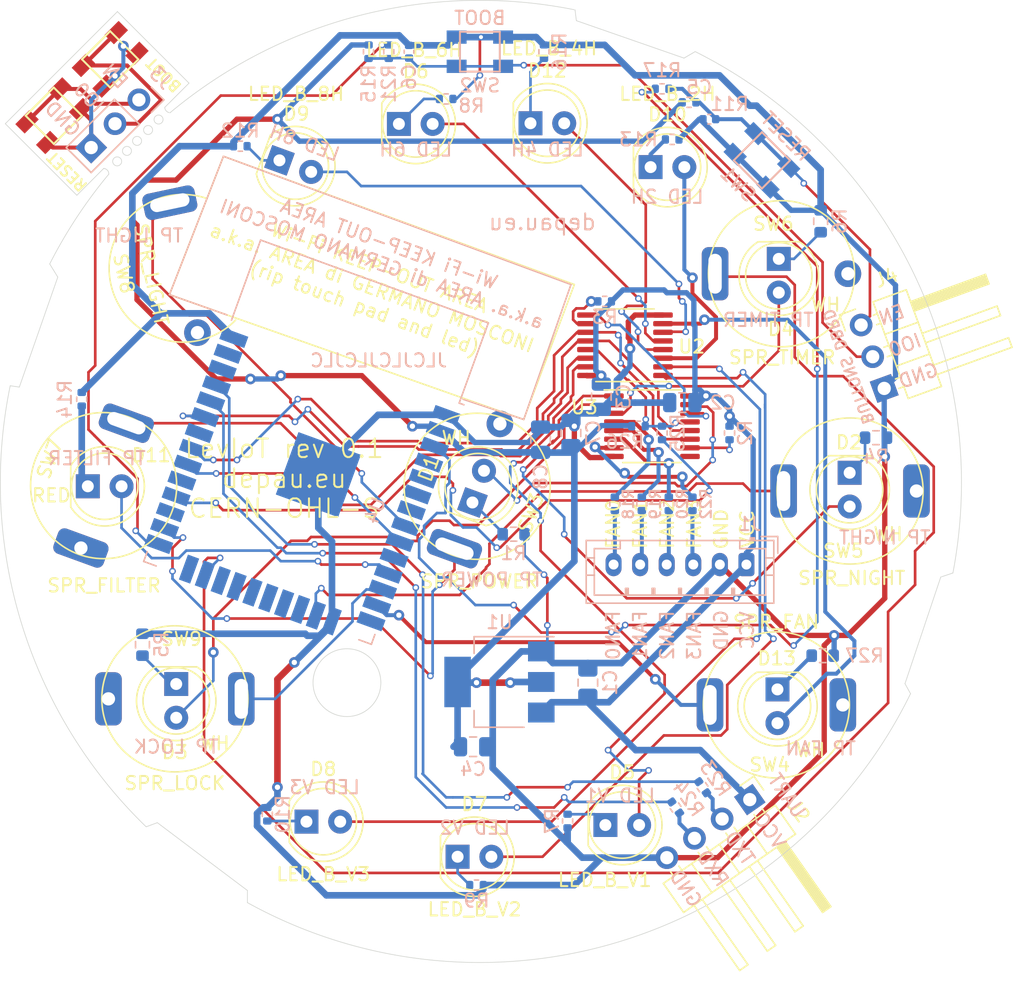
<source format=kicad_pcb>
(kicad_pcb (version 20171130) (host pcbnew 5.1.10)
  (layers (0 F.Cu signal) (31 B.Cu signal) (34 B.Paste user) (35 F.Paste user) (36 B.SilkS user) (37 F.SilkS user) (38 B.Mask user) (39 F.Mask user) (44 Edge.Cuts user))
  (net 0 "")
  (net 1 VCC)
  (net 2 GND)
  (net 3 +3V3)
  (net 4 EN)
  (net 5 IO0)
  (net 6 LED_WHITE_POWER)
  (net 7 "Net-(D1-Pad1)")
  (net 8 "Net-(D2-Pad1)")
  (net 9 LED_WHITE_NIGHT)
  (net 10 LED_WHITE_LOCK)
  (net 11 "Net-(D3-Pad1)")
  (net 12 "Net-(D4-Pad1)")
  (net 13 LED_WHITE_TIMER)
  (net 14 "Net-(D5-Pad1)")
  (net 15 LED_BLUE_V1)
  (net 16 LED_BLUE_6H)
  (net 17 "Net-(D6-Pad1)")
  (net 18 LED_BLUE_V2)
  (net 19 "Net-(D7-Pad1)")
  (net 20 "Net-(D8-Pad1)")
  (net 21 LED_BLUE_V3)
  (net 22 "Net-(D9-Pad1)")
  (net 23 LED_BLUE_8H)
  (net 24 "Net-(D10-Pad1)")
  (net 25 LED_BLUE_2H)
  (net 26 LED_RED_FILTER)
  (net 27 "Net-(D11-Pad1)")
  (net 28 LED_BLUE_4H)
  (net 29 "Net-(D12-Pad1)")
  (net 30 "Net-(J1-Pad3)")
  (net 31 "Net-(J1-Pad4)")
  (net 32 "Net-(J1-Pad5)")
  (net 33 "Net-(J1-Pad6)")
  (net 34 TXD)
  (net 35 RXD)
  (net 36 "Net-(R2-Pad1)")
  (net 37 "Net-(R3-Pad1)")
  (net 38 "Net-(R17-Pad1)")
  (net 39 FAN_CTL0)
  (net 40 FAN_CTL1)
  (net 41 FAN_CTL2)
  (net 42 "Net-(R21-Pad2)")
  (net 43 FAN_CTL3)
  (net 44 "Net-(R23-Pad2)")
  (net 45 "Net-(R24-Pad2)")
  (net 46 "Net-(R25-Pad1)")
  (net 47 SHIFT_OUTEN)
  (net 48 TOUCH_POWER)
  (net 49 TOUCH_FAN)
  (net 50 TOUCH_NIGHT)
  (net 51 TOUCH_TIMER)
  (net 52 TOUCH_FILTER)
  (net 53 TOUCH_LIGHT)
  (net 54 TOUCH_LOCK)
  (net 55 SHIFT_1TO2)
  (net 56 SHIFT_CLK)
  (net 57 SHIFT_LATCH)
  (net 58 SHIFT_DS)
  (net 59 "Net-(D13-Pad1)")
  (net 60 LED_WHITE_FAN)
  (net 61 EN_D)
  (net 62 IO0_D)
  (net 63 GND1)
  (module touchpad_spring:touchpad_sprint_nosilk (layer F.Cu) (at 91.7448 65.024 102)
    (fp_text reference SW8 (at 0.5 -4.5 102) (layer F.SilkS))
    (fp_text value SPR_LIGHT (at 0 -2.5 102) (layer F.SilkS))
    (pad 2 thru_hole circle (at -5 0 102) (size 2 2) (drill 1) (layers *.Cu *.Mask))
    (pad 1 thru_hole roundrect (at 5 0 102) (size 2 4) (drill oval 1 3) (layers *.Cu *.Mask) (net 53 TOUCH_LIGHT))
  )
  (module custom-pcb:board-alignments (layer F.Cu) (at 114.1476 81.1784)
    (fp_text reference board_alignments hide)
    (fp_text value LEVOIT_CTL_BOARD_ALIGN hide)
  )
  (module Capacitor_SMD:C_0805_2012Metric (layer B.Cu) (at 129.286 75.184)
    (fp_text reference C2 (at 3.048 0) (layer B.SilkS) (effects (justify mirror)))
    (fp_text value 0u1)
    (pad 1 smd roundrect (at -0.95 0) (size 1 1.45) (layers B.Cu B.Paste B.Mask) (net 2 GND))
    (pad 2 smd roundrect (at 0.95 0) (size 1 1.45) (layers B.Cu B.Paste B.Mask) (net 1 VCC))
  )
  (module Capacitor_SMD:C_0805_2012Metric (layer B.Cu) (at 123.19 74.742 90)
    (fp_text reference C3 (at 0 1.68 90) (layer B.SilkS) (effects (justify mirror)))
    (fp_text value 0u1)
    (pad 1 smd roundrect (at -0.95 0 90) (size 1 1.45) (layers B.Cu B.Paste B.Mask) (net 2 GND))
    (pad 2 smd roundrect (at 0.95 0 90) (size 1 1.45) (layers B.Cu B.Paste B.Mask) (net 1 VCC))
  )
  (module Capacitor_SMD:C_0402_1005Metric (layer B.Cu) (at 131.318 53.848 180)
    (fp_text reference C5 (at 0.762 2.413) (layer B.SilkS) (effects (justify mirror)))
    (fp_text value 0u1)
    (pad 2 smd roundrect (at 0.48 0 180) (size 0.56 0.62) (layers B.Cu B.Paste B.Mask) (net 2 GND))
    (pad 1 smd roundrect (at -0.48 0 180) (size 0.56 0.62) (layers B.Cu B.Paste B.Mask) (net 4 EN))
  )
  (module Capacitor_SMD:C_0402_1005Metric (layer B.Cu) (at 108.712 48.768 90)
    (fp_text reference C6 (at -1.905 0 90) (layer B.SilkS) (effects (justify mirror)))
    (fp_text value 0u1)
    (pad 1 smd roundrect (at -0.48 0 90) (size 0.56 0.62) (layers B.Cu B.Paste B.Mask) (net 5 IO0))
    (pad 2 smd roundrect (at 0.48 0 90) (size 0.56 0.62) (layers B.Cu B.Paste B.Mask) (net 2 GND))
  )
  (module Capacitor_SMD:C_0805_2012Metric (layer B.Cu) (at 118.618 77.978 90)
    (fp_text reference C8 (at -2.794 0 270) (layer B.SilkS) (effects (justify mirror)))
    (fp_text value 0u1)
    (pad 2 smd roundrect (at 0.95 0 90) (size 1 1.45) (layers B.Cu B.Paste B.Mask) (net 2 GND))
    (pad 1 smd roundrect (at -0.95 0 90) (size 1 1.45) (layers B.Cu B.Paste B.Mask) (net 3 +3V3))
  )
  (module LED_THT:LED_D5.0mm (layer F.Cu) (at 113.4872 82.7024 70)
    (fp_text reference D1 (at 1.27 -3.96 70) (layer F.SilkS))
    (fp_text value LED_W_POWER)
    (pad 2 thru_hole circle (at 2.54 0 70) (size 1.8 1.8) (drill 0.9) (layers *.Cu *.Mask) (net 6 LED_WHITE_POWER))
    (pad 1 thru_hole rect (at 0 0 70) (size 1.8 1.8) (drill 0.9) (layers *.Cu *.Mask) (net 7 "Net-(D1-Pad1)"))
  )
  (module LED_THT:LED_D5.0mm (layer F.Cu) (at 141.8844 80.4672 270)
    (fp_text reference D2 (at -2.286 0.0508 180) (layer F.SilkS))
    (fp_text value LED_W_NIGHT)
    (pad 1 thru_hole rect (at 0 0 270) (size 1.8 1.8) (drill 0.9) (layers *.Cu *.Mask) (net 8 "Net-(D2-Pad1)"))
    (pad 2 thru_hole circle (at 2.54 0 270) (size 1.8 1.8) (drill 0.9) (layers *.Cu *.Mask) (net 9 LED_WHITE_NIGHT))
  )
  (module LED_THT:LED_D5.0mm (layer F.Cu) (at 91.186 96.3676 270)
    (fp_text reference D3 (at 5.1308 0.1016 180) (layer F.SilkS))
    (fp_text value LED_W_LOCK)
    (pad 2 thru_hole circle (at 2.54 0 270) (size 1.8 1.8) (drill 0.9) (layers *.Cu *.Mask) (net 10 LED_WHITE_LOCK))
    (pad 1 thru_hole rect (at 0 0 270) (size 1.8 1.8) (drill 0.9) (layers *.Cu *.Mask) (net 11 "Net-(D3-Pad1)"))
  )
  (module LED_THT:LED_D5.0mm (layer F.Cu) (at 136.5504 64.3636 270)
    (fp_text reference D4 (at 5.2832 -0.1524 180) (layer F.SilkS))
    (fp_text value LED_W_TIMER)
    (pad 1 thru_hole rect (at 0 0 270) (size 1.8 1.8) (drill 0.9) (layers *.Cu *.Mask) (net 12 "Net-(D4-Pad1)"))
    (pad 2 thru_hole circle (at 2.54 0 270) (size 1.8 1.8) (drill 0.9) (layers *.Cu *.Mask) (net 13 LED_WHITE_TIMER))
  )
  (module LED_THT:LED_D5.0mm (layer F.Cu) (at 123.4948 106.9848)
    (fp_text reference D5 (at 1.27 -3.96) (layer F.SilkS))
    (fp_text value LED_B_V1 (at -0.0508 4.1402) (layer F.SilkS))
    (pad 1 thru_hole rect (at 0 0) (size 1.8 1.8) (drill 0.9) (layers *.Cu *.Mask) (net 14 "Net-(D5-Pad1)"))
    (pad 2 thru_hole circle (at 2.54 0) (size 1.8 1.8) (drill 0.9) (layers *.Cu *.Mask) (net 15 LED_BLUE_V1))
  )
  (module LED_THT:LED_D5.0mm (layer F.Cu) (at 107.95 54.2036)
    (fp_text reference D6 (at 1.27 -3.96) (layer F.SilkS))
    (fp_text value LED_B_6H (at 1.143 -5.5626) (layer F.SilkS))
    (pad 2 thru_hole circle (at 2.54 0) (size 1.8 1.8) (drill 0.9) (layers *.Cu *.Mask) (net 16 LED_BLUE_6H))
    (pad 1 thru_hole rect (at 0 0) (size 1.8 1.8) (drill 0.9) (layers *.Cu *.Mask) (net 17 "Net-(D6-Pad1)"))
  )
  (module LED_THT:LED_D5.0mm (layer F.Cu) (at 112.3696 109.3724)
    (fp_text reference D7 (at 1.27 -3.96) (layer F.SilkS))
    (fp_text value LED_B_V2 (at 1.27 3.96) (layer F.SilkS))
    (pad 2 thru_hole circle (at 2.54 0) (size 1.8 1.8) (drill 0.9) (layers *.Cu *.Mask) (net 18 LED_BLUE_V2))
    (pad 1 thru_hole rect (at 0 0) (size 1.8 1.8) (drill 0.9) (layers *.Cu *.Mask) (net 19 "Net-(D7-Pad1)"))
  )
  (module LED_THT:LED_D5.0mm (layer F.Cu) (at 100.9904 106.7308)
    (fp_text reference D8 (at 1.27 -3.96) (layer F.SilkS))
    (fp_text value LED_B_V3 (at 1.27 3.96) (layer F.SilkS))
    (pad 1 thru_hole rect (at 0 0) (size 1.8 1.8) (drill 0.9) (layers *.Cu *.Mask) (net 20 "Net-(D8-Pad1)"))
    (pad 2 thru_hole circle (at 2.54 0) (size 1.8 1.8) (drill 0.9) (layers *.Cu *.Mask) (net 21 LED_BLUE_V3))
  )
  (module LED_THT:LED_D5.0mm (layer F.Cu) (at 98.9584 56.9468 340)
    (fp_text reference D9 (at -0.005439 -3.728176 180) (layer F.SilkS))
    (fp_text value LED_B_8H (at -0.541859 -5.127712 180) (layer F.SilkS))
    (pad 1 thru_hole rect (at 0 0 340) (size 1.8 1.8) (drill 0.9) (layers *.Cu *.Mask) (net 22 "Net-(D9-Pad1)"))
    (pad 2 thru_hole circle (at 2.54 0 340) (size 1.8 1.8) (drill 0.9) (layers *.Cu *.Mask) (net 23 LED_BLUE_8H))
  )
  (module LED_THT:LED_D5.0mm (layer F.Cu) (at 126.8984 57.4548)
    (fp_text reference D10 (at 1.27 -3.96) (layer F.SilkS))
    (fp_text value LED_B_2H (at 1.27 -5.5118) (layer F.SilkS))
    (pad 1 thru_hole rect (at 0 0) (size 1.8 1.8) (drill 0.9) (layers *.Cu *.Mask) (net 24 "Net-(D10-Pad1)"))
    (pad 2 thru_hole circle (at 2.54 0) (size 1.8 1.8) (drill 0.9) (layers *.Cu *.Mask) (net 25 LED_BLUE_2H))
  )
  (module LED_THT:LED_D5.0mm (layer F.Cu) (at 84.5312 81.4832)
    (fp_text reference D11 (at 4.7752 -2.3368) (layer F.SilkS))
    (fp_text value LED_R_FILTER)
    (pad 2 thru_hole circle (at 2.54 0) (size 1.8 1.8) (drill 0.9) (layers *.Cu *.Mask) (net 26 LED_RED_FILTER))
    (pad 1 thru_hole rect (at 0 0) (size 1.8 1.8) (drill 0.9) (layers *.Cu *.Mask) (net 27 "Net-(D11-Pad1)"))
  )
  (module LED_THT:LED_D5.0mm (layer F.Cu) (at 117.856 54.1528)
    (fp_text reference D12 (at 1.27 -3.96) (layer F.SilkS))
    (fp_text value LED_B_4H (at 1.397 -5.6388) (layer F.SilkS))
    (pad 2 thru_hole circle (at 2.54 0) (size 1.8 1.8) (drill 0.9) (layers *.Cu *.Mask) (net 28 LED_BLUE_4H))
    (pad 1 thru_hole rect (at 0 0) (size 1.8 1.8) (drill 0.9) (layers *.Cu *.Mask) (net 29 "Net-(D12-Pad1)"))
  )
  (module Connector_JST:JST_PH_B6B-PH-K_1x06_P2.00mm_Vertical (layer B.Cu) (at 134.112 87.376 180)
    (fp_text reference J1 (at -0.254 3.048) (layer B.SilkS) (effects (justify mirror)))
    (fp_text value CONN_CTL)
    (pad 1 thru_hole roundrect (at 0 0 180) (size 1.2 1.75) (drill 0.75) (layers *.Cu *.Mask) (roundrect_rratio 0.2083325) (net 1 VCC))
    (pad 2 thru_hole oval (at 2 0 180) (size 1.2 1.75) (drill 0.75) (layers *.Cu *.Mask) (net 2 GND))
    (pad 3 thru_hole oval (at 4 0 180) (size 1.2 1.75) (drill 0.75) (layers *.Cu *.Mask) (net 30 "Net-(J1-Pad3)"))
    (pad 4 thru_hole oval (at 6 0 180) (size 1.2 1.75) (drill 0.75) (layers *.Cu *.Mask) (net 31 "Net-(J1-Pad4)"))
    (pad 5 thru_hole oval (at 8 0 180) (size 1.2 1.75) (drill 0.75) (layers *.Cu *.Mask) (net 32 "Net-(J1-Pad5)"))
    (pad 6 thru_hole oval (at 10 0 180) (size 1.2 1.75) (drill 0.75) (layers *.Cu *.Mask) (net 33 "Net-(J1-Pad6)"))
  )
  (module Resistor_SMD:R_0603_1608Metric (layer B.Cu) (at 116.586 85.09)
    (fp_text reference R1 (at 0 1.43) (layer B.SilkS) (effects (justify mirror)))
    (fp_text value 560R)
    (pad 1 smd roundrect (at -0.825 0) (size 0.8 0.95) (layers B.Cu B.Paste B.Mask) (net 7 "Net-(D1-Pad1)"))
    (pad 2 smd roundrect (at 0.825 0) (size 0.8 0.95) (layers B.Cu B.Paste B.Mask) (net 2 GND))
  )
  (module Resistor_SMD:R_0402_1005Metric (layer B.Cu) (at 132.842 77.47 90)
    (fp_text reference R2 (at 0 1.17 90) (layer B.SilkS) (effects (justify mirror)))
    (fp_text value 1k)
    (pad 2 smd roundrect (at 0.51 0 90) (size 0.54 0.64) (layers B.Cu B.Paste B.Mask) (net 1 VCC))
    (pad 1 smd roundrect (at -0.51 0 90) (size 0.54 0.64) (layers B.Cu B.Paste B.Mask) (net 36 "Net-(R2-Pad1)"))
  )
  (module Resistor_SMD:R_0402_1005Metric (layer B.Cu) (at 123.444 67.564)
    (fp_text reference R3 (at 0 1.17) (layer B.SilkS) (effects (justify mirror)))
    (fp_text value 1k)
    (pad 1 smd roundrect (at -0.51 0) (size 0.54 0.64) (layers B.Cu B.Paste B.Mask) (net 37 "Net-(R3-Pad1)"))
    (pad 2 smd roundrect (at 0.51 0) (size 0.54 0.64) (layers B.Cu B.Paste B.Mask) (net 1 VCC))
  )
  (module Resistor_SMD:R_0603_1608Metric (layer B.Cu) (at 143.8656 77.8256)
    (fp_text reference R4 (at 0 1.43) (layer B.SilkS) (effects (justify mirror)))
    (fp_text value 560R)
    (pad 2 smd roundrect (at 0.825 0) (size 0.8 0.95) (layers B.Cu B.Paste B.Mask) (net 2 GND))
    (pad 1 smd roundrect (at -0.825 0) (size 0.8 0.95) (layers B.Cu B.Paste B.Mask) (net 8 "Net-(D2-Pad1)"))
  )
  (module Resistor_SMD:R_0603_1608Metric (layer B.Cu) (at 88.646 93.409 90)
    (fp_text reference R5 (at 0 1.43 90) (layer B.SilkS) (effects (justify mirror)))
    (fp_text value 560R)
    (pad 1 smd roundrect (at -0.825 0 90) (size 0.8 0.95) (layers B.Cu B.Paste B.Mask) (net 11 "Net-(D3-Pad1)"))
    (pad 2 smd roundrect (at 0.825 0 90) (size 0.8 0.95) (layers B.Cu B.Paste B.Mask) (net 2 GND))
  )
  (module Resistor_SMD:R_0603_1608Metric (layer B.Cu) (at 139.7 61.531 90)
    (fp_text reference R6 (at 0 1.43 90) (layer B.SilkS) (effects (justify mirror)))
    (fp_text value 560R)
    (pad 2 smd roundrect (at 0.825 0 90) (size 0.8 0.95) (layers B.Cu B.Paste B.Mask) (net 2 GND))
    (pad 1 smd roundrect (at -0.825 0 90) (size 0.8 0.95) (layers B.Cu B.Paste B.Mask) (net 12 "Net-(D4-Pad1)"))
  )
  (module Resistor_SMD:R_0402_1005Metric (layer B.Cu) (at 120.65 106.682 270)
    (fp_text reference R7 (at 0 1.17 90) (layer B.SilkS) (effects (justify mirror)))
    (fp_text value 1k5)
    (pad 2 smd roundrect (at 0.51 0 270) (size 0.54 0.64) (layers B.Cu B.Paste B.Mask) (net 2 GND))
    (pad 1 smd roundrect (at -0.51 0 270) (size 0.54 0.64) (layers B.Cu B.Paste B.Mask) (net 14 "Net-(D5-Pad1)"))
  )
  (module Resistor_SMD:R_0402_1005Metric (layer B.Cu) (at 111.506 52.324)
    (fp_text reference R8 (at 1.905 0.508) (layer B.SilkS) (effects (justify mirror)))
    (fp_text value 1k5)
    (pad 1 smd roundrect (at -0.51 0) (size 0.54 0.64) (layers B.Cu B.Paste B.Mask) (net 17 "Net-(D6-Pad1)"))
    (pad 2 smd roundrect (at 0.51 0) (size 0.54 0.64) (layers B.Cu B.Paste B.Mask) (net 2 GND))
  )
  (module Resistor_SMD:R_0402_1005Metric (layer B.Cu) (at 113.792 111.506)
    (fp_text reference R9 (at 0 1.17) (layer B.SilkS) (effects (justify mirror)))
    (fp_text value 1k5)
    (pad 2 smd roundrect (at 0.51 0) (size 0.54 0.64) (layers B.Cu B.Paste B.Mask) (net 2 GND))
    (pad 1 smd roundrect (at -0.51 0) (size 0.54 0.64) (layers B.Cu B.Paste B.Mask) (net 19 "Net-(D7-Pad1)"))
  )
  (module Resistor_SMD:R_0402_1005Metric (layer B.Cu) (at 98.044 106.172 90)
    (fp_text reference R10 (at 0 1.17 90) (layer B.SilkS) (effects (justify mirror)))
    (fp_text value 1k5)
    (pad 2 smd roundrect (at 0.51 0 90) (size 0.54 0.64) (layers B.Cu B.Paste B.Mask) (net 2 GND))
    (pad 1 smd roundrect (at -0.51 0 90) (size 0.54 0.64) (layers B.Cu B.Paste B.Mask) (net 20 "Net-(D8-Pad1)"))
  )
  (module Resistor_SMD:R_0402_1005Metric (layer B.Cu) (at 129.796 52.578)
    (fp_text reference R11 (at 3.046 0.127 180) (layer B.SilkS) (effects (justify mirror)))
    (fp_text value 10k)
    (pad 2 smd roundrect (at 0.51 0) (size 0.54 0.64) (layers B.Cu B.Paste B.Mask) (net 4 EN))
    (pad 1 smd roundrect (at -0.51 0) (size 0.54 0.64) (layers B.Cu B.Paste B.Mask) (net 3 +3V3))
  )
  (module Resistor_SMD:R_0402_1005Metric (layer B.Cu) (at 96.012 55.88 180)
    (fp_text reference R12 (at 0 1.17) (layer B.SilkS) (effects (justify mirror)))
    (fp_text value 1k5)
    (pad 1 smd roundrect (at -0.51 0 180) (size 0.54 0.64) (layers B.Cu B.Paste B.Mask) (net 22 "Net-(D9-Pad1)"))
    (pad 2 smd roundrect (at 0.51 0 180) (size 0.54 0.64) (layers B.Cu B.Paste B.Mask) (net 2 GND))
  )
  (module Resistor_SMD:R_0402_1005Metric (layer B.Cu) (at 128.524 55.372)
    (fp_text reference R13 (at -2.54 0) (layer B.SilkS) (effects (justify mirror)))
    (fp_text value 1k5)
    (pad 1 smd roundrect (at -0.51 0) (size 0.54 0.64) (layers B.Cu B.Paste B.Mask) (net 24 "Net-(D10-Pad1)"))
    (pad 2 smd roundrect (at 0.51 0) (size 0.54 0.64) (layers B.Cu B.Paste B.Mask) (net 2 GND))
  )
  (module Resistor_SMD:R_0402_1005Metric (layer B.Cu) (at 84.074 74.93 90)
    (fp_text reference R14 (at 0 -1.27 90) (layer B.SilkS) (effects (justify mirror)))
    (fp_text value 200R)
    (pad 2 smd roundrect (at 0.51 0 90) (size 0.54 0.64) (layers B.Cu B.Paste B.Mask) (net 2 GND))
    (pad 1 smd roundrect (at -0.51 0 90) (size 0.54 0.64) (layers B.Cu B.Paste B.Mask) (net 27 "Net-(D11-Pad1)"))
  )
  (module Resistor_SMD:R_0402_1005Metric (layer B.Cu) (at 105.664 48.77 270)
    (fp_text reference R15 (at 2.411 0 90) (layer B.SilkS) (effects (justify mirror)))
    (fp_text value 10k)
    (pad 1 smd roundrect (at -0.51 0 270) (size 0.54 0.64) (layers B.Cu B.Paste B.Mask) (net 3 +3V3))
    (pad 2 smd roundrect (at 0.51 0 270) (size 0.54 0.64) (layers B.Cu B.Paste B.Mask) (net 5 IO0))
  )
  (module Resistor_SMD:R_0402_1005Metric (layer B.Cu) (at 118.872 48.768 90)
    (fp_text reference R16 (at 0 1.17 90) (layer B.SilkS) (effects (justify mirror)))
    (fp_text value 1k5)
    (pad 1 smd roundrect (at -0.51 0 90) (size 0.54 0.64) (layers B.Cu B.Paste B.Mask) (net 29 "Net-(D12-Pad1)"))
    (pad 2 smd roundrect (at 0.51 0 90) (size 0.54 0.64) (layers B.Cu B.Paste B.Mask) (net 2 GND))
  )
  (module Resistor_SMD:R_0402_1005Metric (layer B.Cu) (at 127.762 51.562)
    (fp_text reference R17 (at 0 -1.397) (layer B.SilkS) (effects (justify mirror)))
    (fp_text value 470R)
    (pad 2 smd roundrect (at 0.51 0) (size 0.54 0.64) (layers B.Cu B.Paste B.Mask) (net 4 EN))
    (pad 1 smd roundrect (at -0.51 0) (size 0.54 0.64) (layers B.Cu B.Paste B.Mask) (net 38 "Net-(R17-Pad1)"))
  )
  (module Resistor_SMD:R_0402_1005Metric (layer B.Cu) (at 124.206 82.802 90)
    (fp_text reference R18 (at -0.002 1.016 270) (layer B.SilkS) (effects (font (size 0.8 0.8)) (justify mirror)))
    (fp_text value 47R)
    (pad 2 smd roundrect (at 0.51 0 90) (size 0.54 0.64) (layers B.Cu B.Paste B.Mask) (net 39 FAN_CTL0))
    (pad 1 smd roundrect (at -0.51 0 90) (size 0.54 0.64) (layers B.Cu B.Paste B.Mask) (net 33 "Net-(J1-Pad6)"))
  )
  (module Resistor_SMD:R_0402_1005Metric (layer B.Cu) (at 126.238 82.804 90)
    (fp_text reference R19 (at 0 1.016 270) (layer B.SilkS) (effects (font (size 0.8 0.8)) (justify mirror)))
    (fp_text value 47R)
    (pad 1 smd roundrect (at -0.51 0 90) (size 0.54 0.64) (layers B.Cu B.Paste B.Mask) (net 32 "Net-(J1-Pad5)"))
    (pad 2 smd roundrect (at 0.51 0 90) (size 0.54 0.64) (layers B.Cu B.Paste B.Mask) (net 40 FAN_CTL1))
  )
  (module Resistor_SMD:R_0402_1005Metric (layer B.Cu) (at 128.27 82.802 90)
    (fp_text reference R20 (at 0 1.016 270) (layer B.SilkS) (effects (font (size 0.8 0.8)) (justify mirror)))
    (fp_text value 47R)
    (pad 2 smd roundrect (at 0.51 0 90) (size 0.54 0.64) (layers B.Cu B.Paste B.Mask) (net 41 FAN_CTL2))
    (pad 1 smd roundrect (at -0.51 0 90) (size 0.54 0.64) (layers B.Cu B.Paste B.Mask) (net 31 "Net-(J1-Pad4)"))
  )
  (module Resistor_SMD:R_0402_1005Metric (layer B.Cu) (at 107.188 48.768 90)
    (fp_text reference R21 (at -2.413 0 90) (layer B.SilkS) (effects (justify mirror)))
    (fp_text value 470R)
    (pad 1 smd roundrect (at -0.51 0 90) (size 0.54 0.64) (layers B.Cu B.Paste B.Mask) (net 5 IO0))
    (pad 2 smd roundrect (at 0.51 0 90) (size 0.54 0.64) (layers B.Cu B.Paste B.Mask) (net 42 "Net-(R21-Pad2)"))
  )
  (module Resistor_SMD:R_0402_1005Metric (layer B.Cu) (at 130.048 82.804 90)
    (fp_text reference R22 (at 0 1.016 270) (layer B.SilkS) (effects (font (size 0.8 0.8)) (justify mirror)))
    (fp_text value 47R)
    (pad 1 smd roundrect (at -0.51 0 90) (size 0.54 0.64) (layers B.Cu B.Paste B.Mask) (net 30 "Net-(J1-Pad3)"))
    (pad 2 smd roundrect (at 0.51 0 90) (size 0.54 0.64) (layers B.Cu B.Paste B.Mask) (net 43 FAN_CTL3))
  )
  (module Resistor_SMD:R_0402_1005Metric (layer B.Cu) (at 130.81 104.14 125)
    (fp_text reference R23 (at 0 1.17 125) (layer B.SilkS) (effects (justify mirror)))
    (fp_text value 470R)
    (pad 2 smd roundrect (at 0.51 0 125) (size 0.54 0.64) (layers B.Cu B.Paste B.Mask) (net 44 "Net-(R23-Pad2)"))
    (pad 1 smd roundrect (at -0.51 0 125) (size 0.54 0.64) (layers B.Cu B.Paste B.Mask) (net 34 TXD))
  )
  (module Resistor_SMD:R_0402_1005Metric (layer B.Cu) (at 128.778 105.664 125)
    (fp_text reference R24 (at 0 1.17 125) (layer B.SilkS) (effects (justify mirror)))
    (fp_text value 470R)
    (pad 1 smd roundrect (at -0.51 0 125) (size 0.54 0.64) (layers B.Cu B.Paste B.Mask) (net 35 RXD))
    (pad 2 smd roundrect (at 0.51 0 125) (size 0.54 0.64) (layers B.Cu B.Paste B.Mask) (net 45 "Net-(R24-Pad2)"))
  )
  (module Resistor_SMD:R_0402_1005Metric (layer B.Cu) (at 127.762 77.47 90)
    (fp_text reference R25 (at 0 1.17 270) (layer B.SilkS) (effects (justify mirror)))
    (fp_text value 470R)
    (pad 1 smd roundrect (at -0.51 0 90) (size 0.54 0.64) (layers B.Cu B.Paste B.Mask) (net 46 "Net-(R25-Pad1)"))
    (pad 2 smd roundrect (at 0.51 0 90) (size 0.54 0.64) (layers B.Cu B.Paste B.Mask) (net 47 SHIFT_OUTEN))
  )
  (module Resistor_SMD:R_0402_1005Metric (layer B.Cu) (at 125.984 76.962)
    (fp_text reference R26 (at -1.016 1.17) (layer B.SilkS) (effects (justify mirror)))
    (fp_text value 10k)
    (pad 1 smd roundrect (at -0.51 0) (size 0.54 0.64) (layers B.Cu B.Paste B.Mask) (net 3 +3V3))
    (pad 2 smd roundrect (at 0.51 0) (size 0.54 0.64) (layers B.Cu B.Paste B.Mask) (net 47 SHIFT_OUTEN))
  )
  (module aliexpress-switch:Tactile_Push_Button_SMD_3x3x1.5mm.kicad_mod (layer B.Cu) (at 135.2804 56.9468 315)
    (fp_text reference SW1 (at 0 2.54 135) (layer B.SilkS) (effects (justify mirror)))
    (fp_text value RESET (at 0 -2.54 135) (layer B.SilkS) (effects (justify mirror)))
    (pad 1 smd rect (at -1.75 1.1 315) (size 1.5 1) (layers B.Cu B.Paste B.Mask) (net 2 GND))
    (pad 2 smd rect (at -1.75 -1.1 315) (size 1.5 1) (layers B.Cu B.Paste B.Mask) (net 4 EN))
    (pad 2 smd rect (at 1.75 -1.1 315) (size 1.5 1) (layers B.Cu B.Paste B.Mask) (net 4 EN))
    (pad 1 smd rect (at 1.75 1.1 315) (size 1.5 1) (layers B.Cu B.Paste B.Mask) (net 2 GND))
  )
  (module aliexpress-switch:Tactile_Push_Button_SMD_3x3x1.5mm.kicad_mod (layer B.Cu) (at 114.046 48.768)
    (fp_text reference SW2 (at 0 2.54) (layer B.SilkS) (effects (justify mirror)))
    (fp_text value BOOT (at 0 -2.54) (layer B.SilkS) (effects (justify mirror)))
    (pad 1 smd rect (at 1.75 1.1) (size 1.5 1) (layers B.Cu B.Paste B.Mask) (net 5 IO0))
    (pad 2 smd rect (at 1.75 -1.1) (size 1.5 1) (layers B.Cu B.Paste B.Mask) (net 2 GND))
    (pad 2 smd rect (at -1.75 -1.1) (size 1.5 1) (layers B.Cu B.Paste B.Mask) (net 2 GND))
    (pad 1 smd rect (at -1.75 1.1) (size 1.5 1) (layers B.Cu B.Paste B.Mask) (net 5 IO0))
  )
  (module Package_TO_SOT_SMD:SOT-223-3_TabPin2 (layer B.Cu) (at 115.5192 96.2152 180)
    (fp_text reference U1 (at 0 4.5) (layer B.SilkS) (effects (justify mirror)))
    (fp_text value AMS1117-3.3)
    (pad 2 smd rect (at 3.15 0 180) (size 2 3.8) (layers B.Cu B.Paste B.Mask) (net 3 +3V3))
    (pad 2 smd rect (at -3.15 0 180) (size 2 1.5) (layers B.Cu B.Paste B.Mask) (net 3 +3V3))
    (pad 3 smd rect (at -3.15 -2.3 180) (size 2 1.5) (layers B.Cu B.Paste B.Mask) (net 1 VCC))
    (pad 1 smd rect (at -3.15 2.3 180) (size 2 1.5) (layers B.Cu B.Paste B.Mask) (net 2 GND))
  )
  (module Package_SO:TSSOP-16_4.4x5mm_P0.65mm (layer F.Cu) (at 124.968 70.866 180)
    (fp_text reference U2 (at -5.0292 -0.1016) (layer F.SilkS))
    (fp_text value 74HCT595PW,118)
    (pad 1 smd roundrect (at -2.8625 -2.275 180) (size 1.475 0.4) (layers F.Cu F.Paste F.Mask) (net 18 LED_BLUE_V2))
    (pad 2 smd roundrect (at -2.8625 -1.625 180) (size 1.475 0.4) (layers F.Cu F.Paste F.Mask) (net 21 LED_BLUE_V3))
    (pad 3 smd roundrect (at -2.8625 -0.975 180) (size 1.475 0.4) (layers F.Cu F.Paste F.Mask) (net 25 LED_BLUE_2H))
    (pad 4 smd roundrect (at -2.8625 -0.325 180) (size 1.475 0.4) (layers F.Cu F.Paste F.Mask) (net 28 LED_BLUE_4H))
    (pad 5 smd roundrect (at -2.8625 0.325 180) (size 1.475 0.4) (layers F.Cu F.Paste F.Mask) (net 16 LED_BLUE_6H))
    (pad 6 smd roundrect (at -2.8625 0.975 180) (size 1.475 0.4) (layers F.Cu F.Paste F.Mask) (net 23 LED_BLUE_8H))
    (pad 7 smd roundrect (at -2.8625 1.625 180) (size 1.475 0.4) (layers F.Cu F.Paste F.Mask) (net 60 LED_WHITE_FAN))
    (pad 8 smd roundrect (at -2.8625 2.275 180) (size 1.475 0.4) (layers F.Cu F.Paste F.Mask) (net 2 GND))
    (pad 9 smd roundrect (at 2.8625 2.275 180) (size 1.475 0.4) (layers F.Cu F.Paste F.Mask) (net 55 SHIFT_1TO2))
    (pad 10 smd roundrect (at 2.8625 1.625 180) (size 1.475 0.4) (layers F.Cu F.Paste F.Mask) (net 37 "Net-(R3-Pad1)"))
    (pad 11 smd roundrect (at 2.8625 0.975 180) (size 1.475 0.4) (layers F.Cu F.Paste F.Mask) (net 56 SHIFT_CLK))
    (pad 12 smd roundrect (at 2.8625 0.325 180) (size 1.475 0.4) (layers F.Cu F.Paste F.Mask) (net 57 SHIFT_LATCH))
    (pad 13 smd roundrect (at 2.8625 -0.325 180) (size 1.475 0.4) (layers F.Cu F.Paste F.Mask) (net 47 SHIFT_OUTEN))
    (pad 14 smd roundrect (at 2.8625 -0.975 180) (size 1.475 0.4) (layers F.Cu F.Paste F.Mask) (net 58 SHIFT_DS))
    (pad 15 smd roundrect (at 2.8625 -1.625 180) (size 1.475 0.4) (layers F.Cu F.Paste F.Mask) (net 15 LED_BLUE_V1))
    (pad 16 smd roundrect (at 2.8625 -2.275 180) (size 1.475 0.4) (layers F.Cu F.Paste F.Mask) (net 1 VCC))
  )
  (module Package_SO:TSSOP-16_4.4x5mm_P0.65mm (layer F.Cu) (at 127 76.962)
    (fp_text reference U3 (at -5.08 -1.4224) (layer F.SilkS))
    (fp_text value 74HCT595PW,118)
    (pad 16 smd roundrect (at 2.8625 -2.275) (size 1.475 0.4) (layers F.Cu F.Paste F.Mask) (net 1 VCC))
    (pad 15 smd roundrect (at 2.8625 -1.625) (size 1.475 0.4) (layers F.Cu F.Paste F.Mask) (net 6 LED_WHITE_POWER))
    (pad 14 smd roundrect (at 2.8625 -0.975) (size 1.475 0.4) (layers F.Cu F.Paste F.Mask) (net 55 SHIFT_1TO2))
    (pad 13 smd roundrect (at 2.8625 -0.325) (size 1.475 0.4) (layers F.Cu F.Paste F.Mask) (net 47 SHIFT_OUTEN))
    (pad 12 smd roundrect (at 2.8625 0.325) (size 1.475 0.4) (layers F.Cu F.Paste F.Mask) (net 57 SHIFT_LATCH))
    (pad 11 smd roundrect (at 2.8625 0.975) (size 1.475 0.4) (layers F.Cu F.Paste F.Mask) (net 56 SHIFT_CLK))
    (pad 10 smd roundrect (at 2.8625 1.625) (size 1.475 0.4) (layers F.Cu F.Paste F.Mask) (net 36 "Net-(R2-Pad1)"))
    (pad 9 smd roundrect (at 2.8625 2.275) (size 1.475 0.4) (layers F.Cu F.Paste F.Mask))
    (pad 8 smd roundrect (at -2.8625 2.275) (size 1.475 0.4) (layers F.Cu F.Paste F.Mask) (net 2 GND))
    (pad 7 smd roundrect (at -2.8625 1.625) (size 1.475 0.4) (layers F.Cu F.Paste F.Mask) (net 43 FAN_CTL3))
    (pad 6 smd roundrect (at -2.8625 0.975) (size 1.475 0.4) (layers F.Cu F.Paste F.Mask) (net 41 FAN_CTL2))
    (pad 5 smd roundrect (at -2.8625 0.325) (size 1.475 0.4) (layers F.Cu F.Paste F.Mask) (net 40 FAN_CTL1))
    (pad 4 smd roundrect (at -2.8625 -0.325) (size 1.475 0.4) (layers F.Cu F.Paste F.Mask) (net 39 FAN_CTL0))
    (pad 3 smd roundrect (at -2.8625 -0.975) (size 1.475 0.4) (layers F.Cu F.Paste F.Mask) (net 13 LED_WHITE_TIMER))
    (pad 2 smd roundrect (at -2.8625 -1.625) (size 1.475 0.4) (layers F.Cu F.Paste F.Mask) (net 10 LED_WHITE_LOCK))
    (pad 1 smd roundrect (at -2.8625 -2.275) (size 1.475 0.4) (layers F.Cu F.Paste F.Mask) (net 9 LED_WHITE_NIGHT))
  )
  (module RF_Module:ESP32-WROOM-32 (layer B.Cu) (at 100.6856 80.9752 160)
    (fp_text reference U4 (at -5.954762 -0.319414 250) (layer B.SilkS) (effects (justify mirror)))
    (fp_text value ESP32-WROOM-32)
    (pad 39 smd rect (at -1 0.755 160) (size 5 5) (layers B.Cu B.Paste B.Mask) (net 2 GND))
    (pad 1 smd rect (at -8.5 8.255 160) (size 2 0.9) (layers B.Cu B.Paste B.Mask) (net 2 GND))
    (pad 2 smd rect (at -8.5 6.985 160) (size 2 0.9) (layers B.Cu B.Paste B.Mask) (net 3 +3V3))
    (pad 3 smd rect (at -8.5 5.715 160) (size 2 0.9) (layers B.Cu B.Paste B.Mask) (net 38 "Net-(R17-Pad1)"))
    (pad 4 smd rect (at -8.5 4.445 160) (size 2 0.9) (layers B.Cu B.Paste B.Mask))
    (pad 5 smd rect (at -8.5 3.175 160) (size 2 0.9) (layers B.Cu B.Paste B.Mask))
    (pad 6 smd rect (at -8.5 1.905 160) (size 2 0.9) (layers B.Cu B.Paste B.Mask))
    (pad 7 smd rect (at -8.5 0.635 160) (size 2 0.9) (layers B.Cu B.Paste B.Mask))
    (pad 8 smd rect (at -8.5 -0.635 160) (size 2 0.9) (layers B.Cu B.Paste B.Mask) (net 53 TOUCH_LIGHT))
    (pad 9 smd rect (at -8.5 -1.905 160) (size 2 0.9) (layers B.Cu B.Paste B.Mask) (net 52 TOUCH_FILTER))
    (pad 10 smd rect (at -8.5 -3.175 160) (size 2 0.9) (layers B.Cu B.Paste B.Mask))
    (pad 11 smd rect (at -8.5 -4.445 160) (size 2 0.9) (layers B.Cu B.Paste B.Mask) (net 26 LED_RED_FILTER))
    (pad 12 smd rect (at -8.5 -5.715 160) (size 2 0.9) (layers B.Cu B.Paste B.Mask) (net 54 TOUCH_LOCK))
    (pad 13 smd rect (at -8.5 -6.985 160) (size 2 0.9) (layers B.Cu B.Paste B.Mask) (net 49 TOUCH_FAN))
    (pad 14 smd rect (at -8.5 -8.255 160) (size 2 0.9) (layers B.Cu B.Paste B.Mask))
    (pad 15 smd rect (at -5.715 -9.255 70) (size 2 0.9) (layers B.Cu B.Paste B.Mask) (net 2 GND))
    (pad 16 smd rect (at -4.445 -9.255 70) (size 2 0.9) (layers B.Cu B.Paste B.Mask) (net 50 TOUCH_NIGHT))
    (pad 17 smd rect (at -3.175 -9.255 70) (size 2 0.9) (layers B.Cu B.Paste B.Mask))
    (pad 18 smd rect (at -1.905 -9.255 70) (size 2 0.9) (layers B.Cu B.Paste B.Mask))
    (pad 19 smd rect (at -0.635 -9.255 70) (size 2 0.9) (layers B.Cu B.Paste B.Mask))
    (pad 20 smd rect (at 0.635 -9.255 70) (size 2 0.9) (layers B.Cu B.Paste B.Mask))
    (pad 21 smd rect (at 1.905 -9.255 70) (size 2 0.9) (layers B.Cu B.Paste B.Mask))
    (pad 22 smd rect (at 3.175 -9.255 70) (size 2 0.9) (layers B.Cu B.Paste B.Mask))
    (pad 23 smd rect (at 4.445 -9.255 70) (size 2 0.9) (layers B.Cu B.Paste B.Mask) (net 51 TOUCH_TIMER))
    (pad 24 smd rect (at 5.715 -9.255 70) (size 2 0.9) (layers B.Cu B.Paste B.Mask))
    (pad 25 smd rect (at 8.5 -8.255 160) (size 2 0.9) (layers B.Cu B.Paste B.Mask) (net 42 "Net-(R21-Pad2)"))
    (pad 26 smd rect (at 8.5 -6.985 160) (size 2 0.9) (layers B.Cu B.Paste B.Mask) (net 48 TOUCH_POWER))
    (pad 27 smd rect (at 8.5 -5.715 160) (size 2 0.9) (layers B.Cu B.Paste B.Mask))
    (pad 28 smd rect (at 8.5 -4.445 160) (size 2 0.9) (layers B.Cu B.Paste B.Mask) (net 46 "Net-(R25-Pad1)"))
    (pad 29 smd rect (at 8.5 -3.175 160) (size 2 0.9) (layers B.Cu B.Paste B.Mask))
    (pad 30 smd rect (at 8.5 -1.905 160) (size 2 0.9) (layers B.Cu B.Paste B.Mask) (net 58 SHIFT_DS))
    (pad 31 smd rect (at 8.5 -0.635 160) (size 2 0.9) (layers B.Cu B.Paste B.Mask) (net 56 SHIFT_CLK))
    (pad 32 smd rect (at 8.5 0.635 160) (size 2 0.9) (layers B.Cu B.Paste B.Mask))
    (pad 33 smd rect (at 8.5 1.905 160) (size 2 0.9) (layers B.Cu B.Paste B.Mask) (net 57 SHIFT_LATCH))
    (pad 34 smd rect (at 8.5 3.175 160) (size 2 0.9) (layers B.Cu B.Paste B.Mask) (net 45 "Net-(R24-Pad2)"))
    (pad 35 smd rect (at 8.5 4.445 160) (size 2 0.9) (layers B.Cu B.Paste B.Mask) (net 44 "Net-(R23-Pad2)"))
    (pad 36 smd rect (at 8.5 5.715 160) (size 2 0.9) (layers B.Cu B.Paste B.Mask))
    (pad 37 smd rect (at 8.5 6.985 160) (size 2 0.9) (layers B.Cu B.Paste B.Mask))
    (pad 38 smd rect (at 8.5 8.255 160) (size 2 0.9) (layers B.Cu B.Paste B.Mask) (net 2 GND))
  )
  (module touchpad_spring:touchpad_spring (layer F.Cu) (at 113.8428 81.4832 250)
    (fp_text reference SW3 (at 0.5 -4.5 70) (layer F.SilkS))
    (fp_text value SPR_POWER (at 6.678706 -2.593031) (layer F.SilkS))
    (pad 1 thru_hole roundrect (at 5 0 250) (size 2 4) (drill oval 1 3) (layers *.Cu *.Mask) (net 48 TOUCH_POWER))
    (pad 2 thru_hole circle (at -5 0 250) (size 2 2) (drill 1) (layers *.Cu *.Mask))
  )
  (module touchpad_spring:touchpad_spring (layer F.Cu) (at 136.3688 97.9424 180)
    (fp_text reference SW4 (at 0.5 -4.5) (layer F.SilkS))
    (fp_text value SPR_FAN (at 0.0216 6.2484) (layer F.SilkS))
    (pad 2 thru_hole roundrect (at -5 0 180) (size 2 4) (drill 1) (layers *.Cu *.Mask))
    (pad 1 thru_hole roundrect (at 5 0 180) (size 2 4) (drill oval 1 3) (layers *.Cu *.Mask) (net 49 TOUCH_FAN))
  )
  (module touchpad_spring:touchpad_spring (layer F.Cu) (at 141.9136 81.8388 180)
    (fp_text reference SW5 (at 0.5 -4.5) (layer F.SilkS))
    (fp_text value SPR_NIGHT (at -0.1232 -6.5532) (layer F.SilkS))
    (pad 2 thru_hole roundrect (at -5 0 180) (size 2 4) (drill 1) (layers *.Cu *.Mask))
    (pad 1 thru_hole roundrect (at 5 0 180) (size 2 4) (drill oval 1 3) (layers *.Cu *.Mask) (net 50 TOUCH_NIGHT))
  )
  (module touchpad_spring:touchpad_spring (layer F.Cu) (at 136.7536 65.4812 180)
    (fp_text reference SW6 (at 0.6096 3.7592) (layer F.SilkS))
    (fp_text value SPR_TIMER (at -0.0508 -6.2992) (layer F.SilkS))
    (pad 1 thru_hole roundrect (at 5 0 180) (size 2 4) (drill oval 1 3) (layers *.Cu *.Mask) (net 51 TOUCH_TIMER))
    (pad 2 thru_hole circle (at -5 0 180) (size 2 2) (drill 1) (layers *.Cu *.Mask))
  )
  (module touchpad_spring:touchpad_spring (layer F.Cu) (at 85.7212 81.4324 70)
    (fp_text reference SW7 (at 0.5 -4.5 70) (layer F.SilkS))
    (fp_text value SPR_FILTER (at -7.054998 2.598883 180) (layer F.SilkS))
    (pad 1 thru_hole roundrect (at 5 0 70) (size 2 4) (drill oval 1 3) (layers *.Cu *.Mask) (net 52 TOUCH_FILTER))
    (pad 2 thru_hole roundrect (at -5 0 70) (size 2 4) (drill 1) (layers *.Cu *.Mask))
  )
  (module touchpad_spring:touchpad_spring (layer F.Cu) (at 91.0844 97.4852)
    (fp_text reference SW9 (at 0.5 -4.5) (layer F.SilkS))
    (fp_text value SPR_LOCK (at 0 6.35) (layer F.SilkS))
    (pad 2 thru_hole roundrect (at -5 0) (size 2 4) (drill 1) (layers *.Cu *.Mask))
    (pad 1 thru_hole roundrect (at 5 0) (size 2 4) (drill oval 1 3) (layers *.Cu *.Mask) (net 54 TOUCH_LOCK))
  )
  (module LED_THT:LED_D5.0mm (layer F.Cu) (at 136.4488 96.774 270)
    (fp_text reference D13 (at -2.3368 0.0508 180) (layer F.SilkS))
    (fp_text value LED_W_FAN)
    (pad 1 thru_hole rect (at 0 0 270) (size 1.8 1.8) (drill 0.9) (layers *.Cu *.Mask) (net 59 "Net-(D13-Pad1)"))
    (pad 2 thru_hole circle (at 2.54 0 270) (size 1.8 1.8) (drill 0.9) (layers *.Cu *.Mask) (net 60 LED_WHITE_FAN))
  )
  (module Resistor_SMD:R_0603_1608Metric (layer B.Cu) (at 139.8524 94.234)
    (fp_text reference R27 (at 3.1496 0) (layer B.SilkS) (effects (justify mirror)))
    (fp_text value 560R)
    (pad 1 smd roundrect (at -0.825 0) (size 0.8 0.95) (layers B.Cu B.Paste B.Mask) (net 59 "Net-(D13-Pad1)"))
    (pad 2 smd roundrect (at 0.825 0) (size 0.8 0.95) (layers B.Cu B.Paste B.Mask) (net 2 GND))
  )
  (module Connector_PinHeader_2.54mm:PinHeader_1x04_P2.54mm_Horizontal (layer F.Cu) (at 134.363846 105.070716 305)
    (fp_text reference J2 (at 2.807772 -2.532719 125) (layer F.SilkS))
    (fp_text value CONN_UART)
    (pad 1 thru_hole rect (at 0 0 305) (size 1.7 1.7) (drill 1) (layers *.Cu *.Mask) (net 1 VCC))
    (pad 2 thru_hole oval (at 0 2.54 305) (size 1.7 1.7) (drill 1) (layers *.Cu *.Mask) (net 34 TXD))
    (pad 3 thru_hole oval (at 0 5.08 305) (size 1.7 1.7) (drill 1) (layers *.Cu *.Mask) (net 35 RXD))
    (pad 4 thru_hole oval (at 0 7.62 305) (size 1.7 1.7) (drill 1) (layers *.Cu *.Mask) (net 2 GND))
  )
  (module Connector_PinHeader_2.54mm:PinHeader_1x03_P2.54mm_Horizontal (layer F.Cu) (at 142.748 69.342 20)
    (fp_text reference J4 (at 3.006338 -2.689999 20) (layer F.SilkS))
    (fp_text value CONN_DBRD_OUT)
    (pad 3 thru_hole rect (at 0 5.08 20) (size 1.7 1.7) (drill 1) (layers *.Cu *.Mask) (net 2 GND))
    (pad 2 thru_hole oval (at 0 2.54 20) (size 1.7 1.7) (drill 1) (layers *.Cu *.Mask) (net 5 IO0))
    (pad 1 thru_hole circle (at 0 0 20) (size 1.7 1.7) (drill 1) (layers *.Cu *.Mask) (net 4 EN))
  )
  (module aliexpress-switch:Tactile_Push_Button_SMD_3x3x1.5mm.kicad_mod (layer F.Cu) (at 81.970098 53.585668 45)
    (fp_text reference SW10)
    (fp_text value RESET_D)
    (pad 1 smd rect (at -1.75 -1.1 45) (size 1.5 1) (layers F.Cu F.Paste F.Mask) (net 61 EN_D))
    (pad 2 smd rect (at -1.75 1.1 45) (size 1.5 1) (layers F.Cu F.Paste F.Mask) (net 63 GND1))
    (pad 2 smd rect (at 1.75 1.1 45) (size 1.5 1) (layers F.Cu F.Paste F.Mask) (net 63 GND1))
    (pad 1 smd rect (at 1.75 -1.1 45) (size 1.5 1) (layers F.Cu F.Paste F.Mask) (net 61 EN_D))
  )
  (module aliexpress-switch:Tactile_Push_Button_SMD_3x3x1.5mm.kicad_mod (layer F.Cu) (at 86.212739 49.343028 45)
    (fp_text reference SW11)
    (fp_text value BOOT_D)
    (pad 1 smd rect (at 1.75 -1.1 45) (size 1.5 1) (layers F.Cu F.Paste F.Mask) (net 62 IO0_D))
    (pad 2 smd rect (at 1.75 1.1 45) (size 1.5 1) (layers F.Cu F.Paste F.Mask) (net 63 GND1))
    (pad 2 smd rect (at -1.75 1.1 45) (size 1.5 1) (layers F.Cu F.Paste F.Mask) (net 63 GND1))
    (pad 1 smd rect (at -1.75 -1.1 45) (size 1.5 1) (layers F.Cu F.Paste F.Mask) (net 62 IO0_D))
  )
  (module Connector_PinHeader_2.54mm:PinHeader_1x03_P2.54mm_Vertical (layer B.Cu) (at 88.376485 52.392072 135)
    (fp_text reference J3 (at 0 2.33 315) (layer B.SilkS) (effects (justify mirror)))
    (fp_text value CONN_DBRD_IN)
    (pad 3 thru_hole rect (at 0 -5.08 135) (size 1.7 1.7) (drill 1) (layers *.Cu *.Mask) (net 63 GND1))
    (pad 2 thru_hole oval (at 0 -2.54 135) (size 1.7 1.7) (drill 1) (layers *.Cu *.Mask) (net 62 IO0_D))
    (pad 1 thru_hole circle (at 0 0 135) (size 1.7 1.7) (drill 1) (layers *.Cu *.Mask) (net 61 EN_D))
  )
  (module Capacitor_SMD:C_0805_2012Metric (layer B.Cu) (at 122.174 96.266 90)
    (fp_text reference C1 (at 0 1.68 90) (layer B.SilkS) (effects (justify mirror)))
    (fp_text value 22u)
    (pad 2 smd roundrect (at 0.95 0 90) (size 1 1.45) (layers B.Cu B.Paste B.Mask) (net 2 GND))
    (pad 1 smd roundrect (at -0.95 0 90) (size 1 1.45) (layers B.Cu B.Paste B.Mask) (net 1 VCC))
  )
  (module Capacitor_SMD:C_0805_2012Metric (layer B.Cu) (at 113.538 101.092)
    (fp_text reference C4 (at 0 1.68) (layer B.SilkS) (effects (justify mirror)))
    (fp_text value 22u)
    (pad 1 smd roundrect (at -0.95 0) (size 1 1.45) (layers B.Cu B.Paste B.Mask) (net 3 +3V3))
    (pad 2 smd roundrect (at 0.95 0) (size 1 1.45) (layers B.Cu B.Paste B.Mask) (net 2 GND))
  )
  (module Capacitor_SMD:C_0805_2012Metric (layer B.Cu) (at 120.904 77.47 90)
    (fp_text reference C7 (at 0 1.68 90) (layer B.SilkS) (effects (justify mirror)))
    (fp_text value 22u)
    (pad 1 smd roundrect (at -0.95 0 90) (size 1 1.45) (layers B.Cu B.Paste B.Mask) (net 3 +3V3))
    (pad 2 smd roundrect (at 0.95 0 90) (size 1 1.45) (layers B.Cu B.Paste B.Mask) (net 2 GND))
  )
  (gr_line (start 90.7288 53.3654) (end 90.726958 53.357848) (layer Edge.Cuts) (width 0.05))
  (gr_arc (start 90.7542 52.9336) (end 90.3224 52.959) (angle -83.26707867) (layer Edge.Cuts) (width 0.05))
  (gr_arc (start 85.6996 57.9628) (end 86.108097 57.989944) (angle -90.22542412) (layer Edge.Cuts) (width 0.05))
  (gr_circle (center 89.856522 53.8734) (end 90.186722 53.9496) (layer Edge.Cuts) (width 0.05))
  (gr_circle (center 89.069122 54.6608) (end 89.399322 54.737) (layer Edge.Cuts) (width 0.05))
  (gr_circle (center 88.2396 55.482278) (end 88.5698 55.558478) (layer Edge.Cuts) (width 0.05))
  (gr_circle (center 87.4776 56.2356) (end 87.8078 56.3118) (layer Edge.Cuts) (width 0.05))
  (gr_circle (center 86.741 57.023) (end 87.0712 57.0992) (layer Edge.Cuts) (width 0.05))
  (gr_line (start 92.148193 51.134836) (end 90.3224 52.959) (layer Edge.Cuts) (width 0.05))
  (gr_line (start 83.706752 59.576277) (end 85.725 57.5564) (layer Edge.Cuts) (width 0.05))
  (gr_arc (start 114.0206 81.2038) (end 86.108098 57.989945) (angle -12.78966874) (layer Edge.Cuts) (width 0.05))
  (gr_line (start 148.7424 88.3158) (end 149.656799 88.010999) (layer Edge.Cuts) (width 0.05))
  (gr_line (start 146.05 96.3422) (end 148.7424 88.3158) (layer Edge.Cuts) (width 0.05))
  (gr_line (start 146.467035 97.097997) (end 146.05 96.3422) (layer Edge.Cuts) (width 0.05))
  (gr_arc (start 114.0206 81.2038) (end 96.545401 112.826799) (angle -92.82713154) (layer Edge.Cuts) (width 0.05))
  (gr_line (start 96.5454 111.9124) (end 96.5454 112.8268) (layer Edge.Cuts) (width 0.05))
  (gr_line (start 89.7636 106.807) (end 96.5454 111.9124) (layer Edge.Cuts) (width 0.05))
  (gr_line (start 88.921833 107.117133) (end 89.7636 106.807) (layer Edge.Cuts) (width 0.05))
  (gr_arc (start 114.0206 81.2038) (end 78.689201 73.914001) (angle -57.57286334) (layer Edge.Cuts) (width 0.05))
  (gr_line (start 79.375 74.0156) (end 78.6892 73.914) (layer Edge.Cuts) (width 0.05))
  (gr_line (start 82.2706 65.7352) (end 79.375 74.0156) (layer Edge.Cuts) (width 0.05))
  (gr_line (start 81.661714 64.744962) (end 82.2706 65.7352) (layer Edge.Cuts) (width 0.05))
  (gr_arc (start 114.0206 81.2038) (end 121.208799 45.618401) (angle -51.33308527) (layer Edge.Cuts) (width 0.05))
  (gr_line (start 121.3104 46.4312) (end 121.2088 45.6184) (layer Edge.Cuts) (width 0.05))
  (gr_line (start 129.413 49.2506) (end 121.3104 46.4312) (layer Edge.Cuts) (width 0.05))
  (gr_line (start 130.25589 48.758585) (end 129.413 49.2506) (layer Edge.Cuts) (width 0.05))
  (gr_arc (start 114.0206 81.2038) (end 149.656799 88.010999) (angle -74.23135291) (layer Edge.Cuts) (width 0.05))
  (gr_text "LevIoT rev 0.1\ndepau.eu\nCERN-OHL-S" (at 99.314 80.899) (layer F.SilkS) (effects (font (size 1.4 1.4))))
  (gr_text depau.eu (at 118.745 61.595) (layer B.SilkS) (effects (font (size 1.2 1.2)) (justify mirror)))
  (gr_text "TP POWER" (at 114.935 88.519) (layer B.SilkS) (effects (font (size 1 1)) (justify mirror)))
  (gr_text "TP LOCK" (at 91.186 101.092) (layer B.SilkS) (effects (font (size 1 1)) (justify mirror)))
  (gr_text "TP FILTER" (at 85.217 79.375) (layer B.SilkS) (effects (font (size 1 1)) (justify mirror)))
  (gr_text "TP LIGHT" (at 88.392 62.611) (layer B.SilkS) (effects (font (size 1 1)) (justify mirror)))
  (gr_text "TP TIMER" (at 135.763 68.961) (layer B.SilkS) (effects (font (size 1 1)) (justify mirror)))
  (gr_text "TP NIGHT" (at 144.526 85.344) (layer B.SilkS) (effects (font (size 1 1)) (justify mirror)))
  (gr_text "TP FAN" (at 139.7 101.219) (layer B.SilkS) (effects (font (size 1 1)) (justify mirror)))
  (gr_text "LED V1" (at 124.587 104.775) (layer B.SilkS) (effects (font (size 1 1)) (justify mirror)))
  (gr_text "LED V2" (at 113.665 107.188) (layer B.SilkS) (effects (font (size 1 1)) (justify mirror)))
  (gr_text "LED V3" (at 102.362 104.14) (layer B.SilkS) (effects (font (size 1 1)) (justify mirror)))
  (gr_text "LED 8H" (at 100.838 55.626 -20) (layer B.SilkS) (effects (font (size 1 1)) (justify mirror)))
  (gr_text "LED 6H" (at 109.22 56.134) (layer B.SilkS) (effects (font (size 1 1)) (justify mirror)))
  (gr_text "LED 4H" (at 119.126 56.134) (layer B.SilkS) (effects (font (size 1 1)) (justify mirror)))
  (gr_text "LED 2H" (at 128.143 59.69) (layer B.SilkS) (effects (font (size 1 1)) (justify mirror)))
  (gr_text FAN2 (at 128.143 92.71 90) (layer B.SilkS) (effects (font (size 1 1)) (justify mirror)))
  (gr_text FAN3 (at 130.175 92.71 90) (layer B.SilkS) (effects (font (size 1 1)) (justify mirror)))
  (gr_text VCC (at 134.1628 92.329 90) (layer B.SilkS) (effects (font (size 1 1)) (justify mirror)))
  (gr_text FAN1 (at 126.111 92.71 90) (layer B.SilkS) (effects (font (size 1 1)) (justify mirror)))
  (gr_text GND (at 132.207 92.329 90) (layer B.SilkS) (effects (font (size 1 1)) (justify mirror)))
  (gr_text FAN0 (at 124.079 92.71 90) (layer B.SilkS) (effects (font (size 1 1)) (justify mirror)))
  (gr_text UART (at 137.16 104.775 -55) (layer B.SilkS) (effects (font (size 1 1)) (justify mirror)))
  (gr_text " BUTTONS DBRD" (at 141.859 72.771 -70) (layer B.SilkS) (effects (font (size 0.8 0.8)) (justify mirror)))
  (gr_text WH (at 112.268 77.851) (layer F.SilkS) (effects (font (size 1 1))))
  (gr_text WH (at 140.081 67.818) (layer F.SilkS) (effects (font (size 1 1))))
  (gr_text WH (at 144.78 85.09) (layer F.SilkS) (effects (font (size 1 1))))
  (gr_text WH (at 138.938 101.346) (layer F.SilkS) (effects (font (size 1 1))))
  (gr_text WH (at 94.107 100.838) (layer F.SilkS) (effects (font (size 1 1))))
  (gr_text RED (at 81.788 82.169) (layer F.SilkS) (effects (font (size 1 1))))
  (gr_text FAN0 (at 124.079 84.328 90) (layer F.SilkS) (effects (font (size 1 1))))
  (gr_text FAN1 (at 126.111 84.328 90) (layer F.SilkS) (effects (font (size 1 1))))
  (gr_text FAN2 (at 128.143 84.328 90) (layer F.SilkS) (effects (font (size 1 1))))
  (gr_text FAN3 (at 130.175 84.328 90) (layer F.SilkS) (effects (font (size 1 1))))
  (gr_text GND (at 132.207 84.709 90) (layer F.SilkS) (effects (font (size 1 1))))
  (gr_text VCC (at 134.1628 84.709 90) (layer F.SilkS) (effects (font (size 1 1))))
  (gr_arc (start 91.694 65.0748) (end 93.4974 59.817) (angle -244.3380551) (layer F.SilkS) (width 0.12))
  (gr_text EN (at 86.580434 50.596021 315) (layer B.SilkS) (effects (font (size 1 1)) (justify mirror)))
  (gr_text GND (at 129.54 111.76 -55) (layer B.SilkS) (effects (font (size 1 1)) (justify mirror)))
  (gr_text RXD (at 131.572 110.236 -55) (layer B.SilkS) (effects (font (size 1 1)) (justify mirror)))
  (gr_text TXD (at 133.604 108.712 -55) (layer B.SilkS) (effects (font (size 1 1)) (justify mirror)))
  (gr_text VCC (at 135.89 107.442 -55) (layer B.SilkS) (effects (font (size 1 1)) (justify mirror)))
  (gr_text GND (at 147.066 73.152 20) (layer B.SilkS) (effects (font (size 1 1)) (justify mirror)))
  (gr_text IO0 (at 146.05 70.866 20) (layer B.SilkS) (effects (font (size 1 1)) (justify mirror)))
  (gr_text EN (at 145.034 68.58 20) (layer B.SilkS) (effects (font (size 1 1)) (justify mirror)))
  (gr_text IO0 (at 84.604778 52.212467 315) (layer B.SilkS) (effects (font (size 1 1)) (justify mirror)))
  (gr_text GND (at 82.629121 53.828913 315) (layer B.SilkS) (effects (font (size 1 1)) (justify mirror)))
  (gr_line (start 92.148193 51.134836) (end 86.760039 45.746683) (layer Edge.Cuts) (width 0.05))
  (gr_line (start 78.318599 54.188123) (end 83.706752 59.576277) (layer Edge.Cuts) (width 0.05))
  (gr_text RESET (at 82.988332 57.780226 135) (layer F.SilkS) (effects (font (size 0.8 0.8))))
  (gr_text BOOT (at 90.262339 50.506218 135) (layer F.SilkS) (effects (font (size 0.8 0.8))))
  (gr_line (start 78.318599 54.188123) (end 86.760039 45.746683) (layer Edge.Cuts) (width 0.05))
  (gr_text "Wi-Fi KEEP-OUT AREA\na.k.a. AREA di GERMANO MOSCONI\n(rip touch pad and led)" (at 105.918 66.548 -20) (layer F.SilkS) (effects (font (size 1 1))))
  (gr_line (start 117.348 76.454) (end 94.996 68.58) (layer F.SilkS) (width 0.12))
  (gr_line (start 121.158 66.294) (end 117.348 76.454) (layer F.SilkS) (width 0.12))
  (gr_line (start 94.742 56.642) (end 121.158 66.294) (layer F.SilkS) (width 0.12))
  (gr_line (start 90.678 67.056) (end 94.742 56.642) (layer F.SilkS) (width 0.12))
  (gr_line (start 94.996 68.58) (end 90.678 67.056) (layer F.SilkS) (width 0.12))
  (gr_text "Wi-Fi KEEP-OUT AREA\na.k.a. AREA di GERMANO MOSCONI\n" (at 106.934 64.008 -20) (layer B.SilkS) (effects (font (size 1 1)) (justify mirror)))
  (gr_line (start 117.348 76.454) (end 112.776 74.93) (layer B.SilkS) (width 0.12))
  (gr_line (start 120.904 66.294) (end 117.348 76.454) (layer B.SilkS) (width 0.12))
  (gr_line (start 94.742 56.642) (end 120.904 66.294) (layer B.SilkS) (width 0.12))
  (gr_line (start 90.678 67.056) (end 94.742 56.642) (layer B.SilkS) (width 0.12))
  (gr_line (start 94.996 68.58) (end 90.678 67.056) (layer B.SilkS) (width 0.12))
  (gr_text JLCJLCJLCJLC (at 106.426 72.009) (layer B.SilkS) (effects (font (size 1 1)) (justify mirror)))
  (gr_circle (center 104.0384 96.266) (end 105.918 97.9932) (layer Edge.Cuts) (width 0.05))
  (via (at 123.177025 73.164975) (size 0.8) (drill 0.4) (layers F.Cu B.Cu) (net 1))
  (segment (start 123.177025 73.779025) (end 123.19 73.792) (width 0.4) (layer B.Cu) (net 1))
  (segment (start 123.177025 73.164975) (end 123.177025 73.779025) (width 0.4) (layer B.Cu) (net 1))
  (via (at 131.064 74.676) (size 0.8) (drill 0.4) (layers F.Cu B.Cu) (net 1))
  (segment (start 129.8735 74.676) (end 129.8625 74.687) (width 0.4) (layer F.Cu) (net 1))
  (segment (start 131.064 74.676) (end 129.8735 74.676) (width 0.4) (layer F.Cu) (net 1))
  (segment (start 123.747 97.741) (end 122.174 97.741) (width 0.5) (layer B.Cu) (net 1))
  (segment (start 134.112 87.376) (end 123.747 97.741) (width 0.5) (layer B.Cu) (net 1))
  (segment (start 119.4434 97.741) (end 118.6692 98.5152) (width 0.5) (layer B.Cu) (net 1))
  (segment (start 122.174 97.741) (end 119.4434 97.741) (width 0.5) (layer B.Cu) (net 1))
  (segment (start 134.363846 105.070716) (end 130.63913 101.346) (width 0.5) (layer B.Cu) (net 1))
  (segment (start 125.779 101.346) (end 122.174 97.741) (width 0.5) (layer B.Cu) (net 1))
  (segment (start 130.63913 101.346) (end 125.779 101.346) (width 0.5) (layer B.Cu) (net 1))
  (segment (start 130.556 75.184) (end 131.064 74.676) (width 0.5) (layer B.Cu) (net 1))
  (segment (start 130.236 75.184) (end 130.556 75.184) (width 0.5) (layer B.Cu) (net 1))
  (via (at 132.842 76.2) (size 0.8) (drill 0.4) (layers F.Cu B.Cu) (net 1))
  (segment (start 132.760062 76.281938) (end 132.842 76.2) (width 0.4) (layer F.Cu) (net 1))
  (segment (start 132.842 76.2) (end 132.842 76.96) (width 0.4) (layer B.Cu) (net 1))
  (segment (start 134.62 77.978) (end 132.842 76.2) (width 0.4) (layer B.Cu) (net 1))
  (segment (start 134.112 86.501) (end 134.62 85.993) (width 0.4) (layer B.Cu) (net 1))
  (segment (start 134.62 85.993) (end 134.62 77.978) (width 0.4) (layer B.Cu) (net 1))
  (segment (start 134.112 87.376) (end 134.112 86.501) (width 0.4) (layer B.Cu) (net 1))
  (segment (start 132.842 76.2) (end 132.842 75.692) (width 0.4) (layer B.Cu) (net 1))
  (segment (start 131.826 74.676) (end 131.064 74.676) (width 0.4) (layer B.Cu) (net 1))
  (segment (start 132.842 75.692) (end 131.826 74.676) (width 0.4) (layer B.Cu) (net 1))
  (segment (start 122.777026 68.797594) (end 123.954 67.62062) (width 0.4) (layer B.Cu) (net 1))
  (segment (start 122.777026 72.764976) (end 122.777026 68.797594) (width 0.4) (layer B.Cu) (net 1))
  (segment (start 123.954 67.62062) (end 123.954 67.564) (width 0.4) (layer B.Cu) (net 1))
  (segment (start 123.177025 73.164975) (end 122.777026 72.764976) (width 0.4) (layer B.Cu) (net 1))
  (segment (start 122.129475 73.164975) (end 122.1055 73.141) (width 0.4) (layer F.Cu) (net 1))
  (segment (start 123.177025 73.164975) (end 122.129475 73.164975) (width 0.4) (layer F.Cu) (net 1))
  (segment (start 130.15382 69.32818) (end 130.236 69.41036) (width 0.4) (layer B.Cu) (net 1))
  (segment (start 130.15382 67.469818) (end 130.15382 69.32818) (width 0.4) (layer B.Cu) (net 1))
  (segment (start 129.598001 66.913999) (end 130.15382 67.469818) (width 0.4) (layer B.Cu) (net 1))
  (segment (start 128.127999 66.913999) (end 129.598001 66.913999) (width 0.4) (layer B.Cu) (net 1))
  (segment (start 127.915999 66.701999) (end 128.127999 66.913999) (width 0.4) (layer B.Cu) (net 1))
  (segment (start 124.816001 66.701999) (end 127.915999 66.701999) (width 0.4) (layer B.Cu) (net 1))
  (segment (start 123.954 67.564) (end 124.816001 66.701999) (width 0.4) (layer B.Cu) (net 1))
  (segment (start 131.064 74.676) (end 130.622 74.234) (width 0.4) (layer B.Cu) (net 1))
  (segment (start 130.622 74.234) (end 130.236 74.234) (width 0.4) (layer B.Cu) (net 1))
  (segment (start 130.236 69.41036) (end 130.236 74.234) (width 0.4) (layer B.Cu) (net 1))
  (segment (start 130.424 74.676) (end 130.236 74.488) (width 0.4) (layer B.Cu) (net 1))
  (segment (start 131.064 74.676) (end 130.424 74.676) (width 0.4) (layer B.Cu) (net 1))
  (segment (start 130.236 74.488) (end 130.236 75.184) (width 0.4) (layer B.Cu) (net 1))
  (segment (start 130.236 74.234) (end 130.236 74.488) (width 0.4) (layer B.Cu) (net 1))
  (segment (start 122.174 97.216) (end 122.174 97.741) (width 0.2) (layer B.Cu) (net 1))
  (segment (start 124.1375 79.237) (end 123.342876 79.237) (width 0.4) (layer F.Cu) (net 2))
  (segment (start 126.303885 75.118115) (end 126.238 75.184) (width 0.4) (layer B.Cu) (net 2))
  (segment (start 128.336 75.184) (end 126.238 75.184) (width 0.4) (layer B.Cu) (net 2))
  (segment (start 121.158 78.146002) (end 121.158 76.962) (width 0.4) (layer F.Cu) (net 2))
  (segment (start 122.331185 79.319187) (end 121.158 78.146002) (width 0.4) (layer F.Cu) (net 2))
  (via (at 121.158 76.962) (size 0.8) (drill 0.4) (layers F.Cu B.Cu) (net 2))
  (segment (start 123.260689 79.319187) (end 122.331185 79.319187) (width 0.4) (layer F.Cu) (net 2))
  (segment (start 123.342876 79.237) (end 123.260689 79.319187) (width 0.4) (layer F.Cu) (net 2))
  (segment (start 121.158 76.962) (end 121.158 75.995) (width 0.4) (layer B.Cu) (net 2))
  (segment (start 124.697 94.791) (end 132.112 87.376) (width 0.5) (layer B.Cu) (net 2))
  (segment (start 122.174 94.791) (end 124.697 94.791) (width 0.5) (layer B.Cu) (net 2))
  (segment (start 119.545 94.791) (end 118.6692 93.9152) (width 0.5) (layer B.Cu) (net 2))
  (segment (start 122.174 94.791) (end 119.545 94.791) (width 0.5) (layer B.Cu) (net 2))
  (segment (start 115.013 96.0714) (end 115.013 101.092) (width 0.5) (layer B.Cu) (net 2))
  (segment (start 117.1692 93.9152) (end 115.013 96.0714) (width 0.5) (layer B.Cu) (net 2))
  (segment (start 118.6692 93.9152) (end 117.1692 93.9152) (width 0.5) (layer B.Cu) (net 2))
  (segment (start 115.013 102.70233) (end 115.013 101.092) (width 0.5) (layer B.Cu) (net 2))
  (segment (start 137.483965 60.706) (end 135.740019 58.962054) (width 0.4) (layer B.Cu) (net 2))
  (segment (start 139.7 60.706) (end 137.483965 60.706) (width 0.4) (layer B.Cu) (net 2))
  (segment (start 135.740019 58.962054) (end 133.265146 56.487181) (width 0.4) (layer B.Cu) (net 2))
  (segment (start 130.838 54.060035) (end 130.838 53.848) (width 0.4) (layer B.Cu) (net 2))
  (segment (start 133.265146 56.487181) (end 130.838 54.060035) (width 0.4) (layer B.Cu) (net 2))
  (segment (start 130.558 53.848) (end 129.034 55.372) (width 0.4) (layer B.Cu) (net 2))
  (segment (start 130.838 53.848) (end 130.558 53.848) (width 0.4) (layer B.Cu) (net 2))
  (segment (start 120.125 77.028) (end 121.158 75.995) (width 0.5) (layer B.Cu) (net 2))
  (segment (start 118.872 77.028) (end 120.125 77.028) (width 0.5) (layer B.Cu) (net 2))
  (segment (start 122.887 75.995) (end 123.19 75.692) (width 0.5) (layer B.Cu) (net 2))
  (segment (start 121.158 75.995) (end 122.887 75.995) (width 0.5) (layer B.Cu) (net 2))
  (segment (start 123.698 75.184) (end 124.206 75.184) (width 0.5) (layer B.Cu) (net 2))
  (segment (start 123.19 75.692) (end 123.698 75.184) (width 0.5) (layer B.Cu) (net 2))
  (segment (start 126.238 75.184) (end 124.206 75.184) (width 0.4) (layer B.Cu) (net 2))
  (segment (start 111.409639 76.038484) (end 111.496364 76.125209) (width 0.5) (layer B.Cu) (net 2))
  (segment (start 101.883518 80.607752) (end 101.883518 84.611518) (width 0.5) (layer B.Cu) (net 2))
  (segment (start 102.912029 85.640029) (end 102.912029 91.6267) (width 0.5) (layer B.Cu) (net 2))
  (segment (start 101.883518 84.611518) (end 102.912029 85.640029) (width 0.5) (layer B.Cu) (net 2))
  (segment (start 93.67546 68.464737) (end 90.029263 68.464737) (width 0.5) (layer B.Cu) (net 2))
  (segment (start 90.029263 68.464737) (end 84.074 74.42) (width 0.5) (layer B.Cu) (net 2))
  (segment (start 95.521589 70.310866) (end 93.67546 68.464737) (width 0.5) (layer B.Cu) (net 2))
  (segment (start 107.96199 47.53799) (end 108.712 48.288) (width 0.5) (layer B.Cu) (net 2))
  (segment (start 103.52401 47.53799) (end 107.96199 47.53799) (width 0.5) (layer B.Cu) (net 2))
  (segment (start 95.502 55.56) (end 103.52401 47.53799) (width 0.5) (layer B.Cu) (net 2))
  (segment (start 95.502 55.88) (end 95.502 55.56) (width 0.5) (layer B.Cu) (net 2))
  (segment (start 111.676 48.288) (end 112.296 47.668) (width 0.5) (layer B.Cu) (net 2))
  (segment (start 108.712 48.288) (end 111.676 48.288) (width 0.5) (layer B.Cu) (net 2))
  (segment (start 118.282 47.668) (end 118.872 48.258) (width 0.5) (layer B.Cu) (net 2))
  (segment (start 115.796 47.668) (end 118.282 47.668) (width 0.5) (layer B.Cu) (net 2))
  (segment (start 139.7 57.658) (end 139.7 60.706) (width 0.5) (layer B.Cu) (net 2))
  (segment (start 134.366 52.832) (end 134.874 52.832) (width 0.5) (layer B.Cu) (net 2))
  (segment (start 132.08 50.546) (end 134.366 52.832) (width 0.5) (layer B.Cu) (net 2))
  (segment (start 125.73 50.546) (end 132.08 50.546) (width 0.5) (layer B.Cu) (net 2))
  (segment (start 123.442 48.258) (end 125.73 50.546) (width 0.5) (layer B.Cu) (net 2))
  (segment (start 134.874 52.832) (end 139.7 57.658) (width 0.5) (layer B.Cu) (net 2))
  (segment (start 118.872 48.258) (end 123.442 48.258) (width 0.5) (layer B.Cu) (net 2))
  (segment (start 102.890547 91.809781) (end 102.890547 91.6267) (width 0.5) (layer B.Cu) (net 2))
  (segment (start 101.964381 92.735947) (end 102.890547 91.809781) (width 0.5) (layer B.Cu) (net 2))
  (segment (start 101.053671 92.735947) (end 101.964381 92.735947) (width 0.5) (layer B.Cu) (net 2))
  (segment (start 100.901724 92.584) (end 101.053671 92.735947) (width 0.5) (layer B.Cu) (net 2))
  (segment (start 88.646 92.584) (end 100.901724 92.584) (width 0.5) (layer B.Cu) (net 2))
  (via (at 100.076 94.742) (size 0.8) (drill 0.4) (layers F.Cu B.Cu) (net 2))
  (segment (start 102.890547 91.927453) (end 100.076 94.742) (width 0.5) (layer B.Cu) (net 2))
  (segment (start 102.890547 91.6267) (end 102.890547 91.927453) (width 0.5) (layer B.Cu) (net 2))
  (via (at 98.806 104.14) (size 0.8) (drill 0.4) (layers F.Cu B.Cu) (net 2))
  (segment (start 98.806 96.012) (end 98.806 104.14) (width 0.5) (layer F.Cu) (net 2))
  (segment (start 100.076 94.742) (end 98.806 96.012) (width 0.5) (layer F.Cu) (net 2))
  (segment (start 98.806 104.9) (end 98.044 105.662) (width 0.5) (layer B.Cu) (net 2))
  (segment (start 98.806 104.14) (end 98.806 104.9) (width 0.5) (layer B.Cu) (net 2))
  (segment (start 113.85199 112.27601) (end 114.302 111.826) (width 0.5) (layer B.Cu) (net 2))
  (segment (start 102.49068 112.27601) (end 113.85199 112.27601) (width 0.5) (layer B.Cu) (net 2))
  (segment (start 97.27399 107.05932) (end 102.49068 112.27601) (width 0.5) (layer B.Cu) (net 2))
  (segment (start 114.302 111.826) (end 114.302 111.506) (width 0.5) (layer B.Cu) (net 2))
  (segment (start 97.27399 106.11201) (end 97.27399 107.05932) (width 0.5) (layer B.Cu) (net 2))
  (segment (start 97.724 105.662) (end 97.27399 106.11201) (width 0.5) (layer B.Cu) (net 2))
  (segment (start 98.044 105.662) (end 97.724 105.662) (width 0.5) (layer B.Cu) (net 2))
  (segment (start 121.158 111.506) (end 123.222632 109.441368) (width 0.5) (layer B.Cu) (net 2))
  (segment (start 114.302 111.506) (end 121.158 111.506) (width 0.5) (layer B.Cu) (net 2))
  (segment (start 123.222632 109.441368) (end 121.752038 109.441368) (width 0.5) (layer B.Cu) (net 2))
  (segment (start 128.121907 109.441368) (end 123.222632 109.441368) (width 0.5) (layer B.Cu) (net 2))
  (segment (start 120.65 108.204) (end 120.582335 108.271665) (width 0.5) (layer B.Cu) (net 2))
  (segment (start 120.65 107.192) (end 120.65 108.204) (width 0.5) (layer B.Cu) (net 2))
  (segment (start 120.582335 108.271665) (end 115.013 102.70233) (width 0.5) (layer B.Cu) (net 2))
  (segment (start 121.752038 109.441368) (end 120.582335 108.271665) (width 0.5) (layer B.Cu) (net 2))
  (via (at 140.716 92.71) (size 0.8) (drill 0.4) (layers F.Cu B.Cu) (net 2))
  (segment (start 137.446 92.71) (end 140.716 92.71) (width 0.4) (layer F.Cu) (net 2))
  (segment (start 132.112 87.376) (end 137.446 92.71) (width 0.4) (layer F.Cu) (net 2))
  (segment (start 140.716 94.1954) (end 140.6774 94.234) (width 0.4) (layer B.Cu) (net 2))
  (segment (start 140.716 92.71) (end 140.716 94.1954) (width 0.4) (layer B.Cu) (net 2))
  (segment (start 140.716 92.71) (end 141.732 92.71) (width 0.4) (layer F.Cu) (net 2))
  (via (at 144.526 79.248) (size 0.8) (drill 0.4) (layers F.Cu B.Cu) (net 2))
  (segment (start 144.526 89.916) (end 144.526 79.248) (width 0.4) (layer F.Cu) (net 2))
  (segment (start 141.732 92.71) (end 144.526 89.916) (width 0.4) (layer F.Cu) (net 2))
  (segment (start 144.526 77.9902) (end 144.6906 77.8256) (width 0.4) (layer B.Cu) (net 2))
  (segment (start 144.526 79.248) (end 144.526 77.9902) (width 0.4) (layer B.Cu) (net 2))
  (segment (start 131.951452 109.441368) (end 128.121907 109.441368) (width 0.4) (layer F.Cu) (net 2))
  (segment (start 139.96879 93.45721) (end 139.96879 101.42403) (width 0.4) (layer F.Cu) (net 2))
  (segment (start 139.96879 101.42403) (end 131.951452 109.441368) (width 0.4) (layer F.Cu) (net 2))
  (segment (start 140.716 92.71) (end 139.96879 93.45721) (width 0.4) (layer F.Cu) (net 2))
  (segment (start 127.8305 68.591) (end 125.719 68.591) (width 0.4) (layer F.Cu) (net 2))
  (segment (start 125.719 68.591) (end 125.222 69.088) (width 0.4) (layer F.Cu) (net 2))
  (via (at 125.346244 71.112473) (size 0.8) (drill 0.4) (layers F.Cu B.Cu) (net 2))
  (segment (start 125.346244 70.428246) (end 125.346244 71.112473) (width 0.4) (layer F.Cu) (net 2))
  (segment (start 125.222 70.304002) (end 125.346244 70.428246) (width 0.4) (layer F.Cu) (net 2))
  (segment (start 125.222 69.088) (end 125.222 70.304002) (width 0.4) (layer F.Cu) (net 2))
  (segment (start 125.346244 72.465758) (end 124.968 72.844002) (width 0.4) (layer B.Cu) (net 2))
  (segment (start 125.346244 71.112473) (end 125.346244 72.465758) (width 0.4) (layer B.Cu) (net 2))
  (segment (start 124.206 75.184) (end 124.714 75.184) (width 0.5) (layer B.Cu) (net 2))
  (segment (start 124.714 75.184) (end 124.968 75.184) (width 0.5) (layer B.Cu) (net 2))
  (segment (start 124.968 75.184) (end 125.73 75.184) (width 0.5) (layer B.Cu) (net 2))
  (segment (start 125.73 75.184) (end 128.336 75.184) (width 0.5) (layer B.Cu) (net 2))
  (segment (start 124.968 72.844002) (end 124.968 72.898) (width 0.5) (layer B.Cu) (net 2))
  (segment (start 124.36501 74.51699) (end 123.698 75.184) (width 0.5) (layer B.Cu) (net 2))
  (segment (start 124.36501 73.50099) (end 124.36501 74.51699) (width 0.5) (layer B.Cu) (net 2))
  (segment (start 124.968 72.898) (end 124.36501 73.50099) (width 0.5) (layer B.Cu) (net 2))
  (segment (start 124.36501 74.83501) (end 124.714 75.184) (width 0.5) (layer B.Cu) (net 2))
  (segment (start 124.36501 74.51699) (end 124.36501 74.83501) (width 0.5) (layer B.Cu) (net 2))
  (via (at 118.872 88.138) (size 0.5) (drill 0.3) (layers F.Cu B.Cu) (net 2))
  (segment (start 117.411 86.677) (end 118.872 88.138) (width 0.2) (layer B.Cu) (net 2))
  (segment (start 117.411 85.09) (end 117.411 86.677) (width 0.2) (layer B.Cu) (net 2))
  (via (at 119.126 91.948) (size 0.5) (drill 0.3) (layers F.Cu B.Cu) (net 2))
  (segment (start 119.126 88.392) (end 119.126 91.948) (width 0.2) (layer F.Cu) (net 2))
  (segment (start 118.872 88.138) (end 119.126 88.392) (width 0.2) (layer F.Cu) (net 2))
  (segment (start 119.126 93.4584) (end 118.6692 93.9152) (width 0.2) (layer B.Cu) (net 2))
  (segment (start 119.126 91.948) (end 119.126 93.4584) (width 0.2) (layer B.Cu) (net 2))
  (segment (start 111.608735 76.125209) (end 111.496364 76.125209) (width 0.4) (layer B.Cu) (net 2))
  (segment (start 113.668264 78.184738) (end 111.608735 76.125209) (width 0.4) (layer B.Cu) (net 2))
  (segment (start 117.715262 78.184738) (end 113.668264 78.184738) (width 0.4) (layer B.Cu) (net 2))
  (segment (start 118.872 77.028) (end 117.715262 78.184738) (width 0.4) (layer B.Cu) (net 2))
  (segment (start 106.387544 76.103726) (end 111.496364 76.103726) (width 0.5) (layer B.Cu) (net 2))
  (segment (start 101.883518 80.607752) (end 106.387544 76.103726) (width 0.5) (layer B.Cu) (net 2))
  (via (at 114.046 50.546) (size 0.5) (drill 0.3) (layers F.Cu B.Cu) (net 2))
  (segment (start 112.268 52.324) (end 114.046 50.546) (width 0.2) (layer B.Cu) (net 2))
  (segment (start 112.016 52.324) (end 112.268 52.324) (width 0.2) (layer B.Cu) (net 2))
  (via (at 114.13 47.668) (size 0.5) (drill 0.3) (layers F.Cu B.Cu) (net 2))
  (segment (start 114.046 47.752) (end 114.13 47.668) (width 0.2) (layer F.Cu) (net 2))
  (segment (start 114.046 50.546) (end 114.046 47.752) (width 0.2) (layer F.Cu) (net 2))
  (segment (start 114.13 47.668) (end 115.796 47.668) (width 0.5) (layer B.Cu) (net 2))
  (segment (start 112.296 47.668) (end 114.13 47.668) (width 0.5) (layer B.Cu) (net 2))
  (segment (start 87.884 66.319474) (end 88.184098 66.619572) (width 0.5) (layer B.Cu) (net 2))
  (segment (start 88.184098 66.619572) (end 90.029263 68.464737) (width 0.5) (layer B.Cu) (net 2))
  (segment (start 87.884 59.436) (end 87.884 66.319474) (width 0.5) (layer B.Cu) (net 2))
  (segment (start 91.44 55.88) (end 87.884 59.436) (width 0.5) (layer B.Cu) (net 2))
  (segment (start 95.502 55.88) (end 91.44 55.88) (width 0.5) (layer B.Cu) (net 2))
  (segment (start 145.335461 66.341461) (end 139.7 60.706) (width 0.4) (layer B.Cu) (net 2))
  (segment (start 145.335461 73.26564) (end 145.335461 66.341461) (width 0.4) (layer B.Cu) (net 2))
  (segment (start 144.485462 74.115639) (end 145.335461 73.26564) (width 0.4) (layer B.Cu) (net 2))
  (segment (start 144.485462 79.207462) (end 144.526 79.248) (width 0.4) (layer B.Cu) (net 2))
  (segment (start 144.485462 76.748538) (end 144.485462 77.620462) (width 0.4) (layer B.Cu) (net 2))
  (segment (start 144.485462 74.115639) (end 144.485462 76.748538) (width 0.4) (layer B.Cu) (net 2))
  (segment (start 144.485462 77.620462) (end 144.6906 77.8256) (width 0.4) (layer B.Cu) (net 2))
  (segment (start 144.485462 76.748538) (end 144.485462 79.207462) (width 0.4) (layer B.Cu) (net 2))
  (segment (start 122.174 94.791) (end 122.174 95.316) (width 0.2) (layer B.Cu) (net 2))
  (segment (start 114.488 101.092) (end 115.013 101.092) (width 0.2) (layer B.Cu) (net 2))
  (segment (start 121.158 78.945) (end 123.19 76.913) (width 0.4) (layer B.Cu) (net 3))
  (segment (start 125.425 76.913) (end 125.474 76.962) (width 0.4) (layer B.Cu) (net 3))
  (segment (start 123.19 76.913) (end 125.425 76.913) (width 0.4) (layer B.Cu) (net 3))
  (segment (start 116.3828 96.2152) (end 116.332 96.266) (width 0.5) (layer B.Cu) (net 3))
  (via (at 116.332 96.266) (size 0.8) (drill 0.4) (layers F.Cu B.Cu) (net 3))
  (segment (start 118.6692 96.2152) (end 116.3828 96.2152) (width 0.5) (layer B.Cu) (net 3))
  (via (at 113.792 96.266) (size 0.8) (drill 0.4) (layers F.Cu B.Cu) (net 3))
  (segment (start 116.332 96.266) (end 113.792 96.266) (width 0.5) (layer F.Cu) (net 3))
  (segment (start 112.42 96.266) (end 112.3692 96.2152) (width 0.5) (layer B.Cu) (net 3))
  (segment (start 113.792 96.266) (end 112.42 96.266) (width 0.5) (layer B.Cu) (net 3))
  (segment (start 112.3692 100.7858) (end 112.063 101.092) (width 0.5) (layer B.Cu) (net 3))
  (segment (start 112.3692 96.2152) (end 112.3692 100.7858) (width 0.5) (layer B.Cu) (net 3))
  (segment (start 118.889 78.945) (end 118.872 78.928) (width 0.5) (layer B.Cu) (net 3))
  (segment (start 121.158 78.945) (end 118.889 78.945) (width 0.5) (layer B.Cu) (net 3))
  (segment (start 112.3692 96.2152) (end 112.3692 95.9108) (width 0.5) (layer B.Cu) (net 3))
  (segment (start 121.158 87.122) (end 121.158 78.945) (width 0.5) (layer B.Cu) (net 3))
  (segment (start 112.3692 95.9108) (end 121.158 87.122) (width 0.5) (layer B.Cu) (net 3))
  (segment (start 111.245078 77.318618) (end 111.061998 77.318618) (width 0.5) (layer B.Cu) (net 3))
  (segment (start 112.85446 78.928) (end 111.245078 77.318618) (width 0.5) (layer B.Cu) (net 3))
  (segment (start 118.872 78.928) (end 112.85446 78.928) (width 0.5) (layer B.Cu) (net 3))
  (via (at 98.806 53.848) (size 0.8) (drill 0.4) (layers F.Cu B.Cu) (net 3))
  (segment (start 104.394 48.26) (end 98.806 53.848) (width 0.4) (layer B.Cu) (net 3))
  (segment (start 105.664 48.26) (end 104.394 48.26) (width 0.4) (layer B.Cu) (net 3))
  (segment (start 98.806 53.848) (end 95.758 53.848) (width 0.4) (layer F.Cu) (net 3))
  (segment (start 95.758 53.848) (end 91.173646 58.432354) (width 0.4) (layer F.Cu) (net 3))
  (via (at 96.774 73.406) (size 0.8) (drill 0.4) (layers F.Cu B.Cu) (net 3))
  (segment (start 94.203618 73.406) (end 96.774 73.406) (width 0.4) (layer F.Cu) (net 3))
  (segment (start 88.234098 67.43648) (end 94.203618 73.406) (width 0.4) (layer F.Cu) (net 3))
  (segment (start 88.234098 61.818098) (end 88.234098 67.43648) (width 0.4) (layer F.Cu) (net 3))
  (via (at 99.06 73.152) (size 0.8) (drill 0.4) (layers F.Cu B.Cu) (net 3))
  (segment (start 98.806 73.406) (end 99.06 73.152) (width 0.4) (layer B.Cu) (net 3))
  (segment (start 96.774 73.406) (end 98.806 73.406) (width 0.4) (layer B.Cu) (net 3))
  (via (at 108.966 76.962) (size 0.8) (drill 0.4) (layers F.Cu B.Cu) (net 3))
  (segment (start 105.156 73.152) (end 108.966 76.962) (width 0.4) (layer F.Cu) (net 3))
  (segment (start 99.06 73.152) (end 105.156 73.152) (width 0.4) (layer F.Cu) (net 3))
  (segment (start 110.70538 76.962) (end 111.061998 77.318618) (width 0.4) (layer B.Cu) (net 3))
  (segment (start 108.966 76.962) (end 110.70538 76.962) (width 0.4) (layer B.Cu) (net 3))
  (segment (start 126.360399 55.503601) (end 129.286 52.578) (width 0.4) (layer B.Cu) (net 3))
  (segment (start 100.461601 55.503601) (end 126.360399 55.503601) (width 0.4) (layer B.Cu) (net 3))
  (segment (start 98.806 53.848) (end 100.461601 55.503601) (width 0.4) (layer B.Cu) (net 3))
  (segment (start 91.173646 58.432354) (end 88.887646 58.432354) (width 0.4) (layer F.Cu) (net 3))
  (segment (start 88.887646 58.432354) (end 87.884 59.436) (width 0.4) (layer F.Cu) (net 3))
  (segment (start 87.884 61.468) (end 88.234098 61.818098) (width 0.4) (layer F.Cu) (net 3))
  (segment (start 87.884 59.436) (end 87.884 61.468) (width 0.4) (layer F.Cu) (net 3))
  (segment (start 120.904 78.691) (end 121.158 78.945) (width 0.2) (layer B.Cu) (net 3))
  (segment (start 120.904 78.42) (end 120.904 78.691) (width 0.2) (layer B.Cu) (net 3))
  (segment (start 129.29 51.562) (end 130.306 52.578) (width 0.3) (layer B.Cu) (net 4))
  (segment (start 128.272 51.562) (end 129.29 51.562) (width 0.3) (layer B.Cu) (net 4))
  (segment (start 131.798 53.8) (end 131.798 53.848) (width 0.3) (layer B.Cu) (net 4))
  (segment (start 130.576 52.578) (end 131.798 53.8) (width 0.3) (layer B.Cu) (net 4))
  (segment (start 130.306 52.578) (end 130.576 52.578) (width 0.3) (layer B.Cu) (net 4))
  (segment (start 133.737235 53.848) (end 134.820781 54.931546) (width 0.3) (layer B.Cu) (net 4))
  (segment (start 131.798 53.848) (end 133.737235 53.848) (width 0.3) (layer B.Cu) (net 4))
  (segment (start 134.820781 54.931546) (end 137.295654 57.406419) (width 0.3) (layer B.Cu) (net 4))
  (via (at 138.43 58.674) (size 0.5) (drill 0.3) (layers F.Cu B.Cu) (net 4))
  (segment (start 143.411175 63.655175) (end 138.43 58.674) (width 0.2) (layer F.Cu) (net 4))
  (segment (start 143.411175 68.678825) (end 143.411175 63.655175) (width 0.2) (layer F.Cu) (net 4))
  (segment (start 142.748 69.342) (end 143.411175 68.678825) (width 0.2) (layer F.Cu) (net 4))
  (segment (start 138.43 58.540765) (end 137.295654 57.406419) (width 0.2) (layer B.Cu) (net 4))
  (segment (start 138.43 58.674) (end 138.43 58.540765) (width 0.2) (layer B.Cu) (net 4))
  (segment (start 115.796 49.868) (end 112.296 49.868) (width 0.2) (layer B.Cu) (net 5))
  (segment (start 109.332 49.868) (end 108.712 49.248) (width 0.2) (layer B.Cu) (net 5))
  (segment (start 112.296 49.868) (end 109.332 49.868) (width 0.2) (layer B.Cu) (net 5))
  (segment (start 107.218 49.248) (end 107.188 49.278) (width 0.2) (layer B.Cu) (net 5))
  (segment (start 108.712 49.248) (end 107.218 49.248) (width 0.2) (layer B.Cu) (net 5))
  (segment (start 105.666 49.278) (end 105.664 49.28) (width 0.2) (layer B.Cu) (net 5))
  (segment (start 107.188 49.278) (end 105.666 49.278) (width 0.2) (layer B.Cu) (net 5))
  (via (at 117.348 49.784) (size 0.5) (drill 0.3) (layers F.Cu B.Cu) (net 5))
  (segment (start 125.020002 49.784) (end 117.348 49.784) (width 0.2) (layer F.Cu) (net 5))
  (segment (start 139.84601 64.610008) (end 125.020002 49.784) (width 0.2) (layer F.Cu) (net 5))
  (segment (start 139.84601 69.160179) (end 139.84601 64.610008) (width 0.2) (layer F.Cu) (net 5))
  (segment (start 142.41465 71.728819) (end 139.84601 69.160179) (width 0.2) (layer F.Cu) (net 5))
  (segment (start 143.616731 71.728819) (end 142.41465 71.728819) (width 0.2) (layer F.Cu) (net 5))
  (segment (start 115.88 49.784) (end 115.796 49.868) (width 0.2) (layer B.Cu) (net 5))
  (segment (start 117.348 49.784) (end 115.88 49.784) (width 0.2) (layer B.Cu) (net 5))
  (via (at 131.572 77.978) (size 0.5) (drill 0.3) (layers F.Cu B.Cu) (net 6))
  (segment (start 131.614001 77.935999) (end 131.572 77.978) (width 0.2) (layer F.Cu) (net 6))
  (segment (start 131.614001 75.935999) (end 131.614001 77.935999) (width 0.2) (layer F.Cu) (net 6))
  (segment (start 131.164992 75.48699) (end 131.614001 75.935999) (width 0.2) (layer F.Cu) (net 6))
  (segment (start 130.01249 75.48699) (end 131.164992 75.48699) (width 0.2) (layer F.Cu) (net 6))
  (segment (start 129.8625 75.337) (end 130.01249 75.48699) (width 0.2) (layer F.Cu) (net 6))
  (segment (start 131.572 77.978) (end 131.572 79.502) (width 0.2) (layer B.Cu) (net 6))
  (via (at 131.572 79.502) (size 0.5) (drill 0.3) (layers F.Cu B.Cu) (net 6))
  (via (at 116.84 82.55) (size 0.5) (drill 0.3) (layers F.Cu B.Cu) (net 6))
  (segment (start 116.84 82.497998) (end 116.84 82.55) (width 0.2) (layer F.Cu) (net 6))
  (segment (start 118.099999 81.237999) (end 116.84 82.497998) (width 0.2) (layer F.Cu) (net 6))
  (segment (start 128.715997 81.237999) (end 118.099999 81.237999) (width 0.2) (layer F.Cu) (net 6))
  (segment (start 128.949999 81.472001) (end 128.715997 81.237999) (width 0.2) (layer F.Cu) (net 6))
  (segment (start 129.601999 81.472001) (end 128.949999 81.472001) (width 0.2) (layer F.Cu) (net 6))
  (segment (start 131.572 79.502) (end 129.601999 81.472001) (width 0.2) (layer F.Cu) (net 6))
  (segment (start 114.605581 80.315581) (end 114.355931 80.315581) (width 0.2) (layer B.Cu) (net 6))
  (segment (start 116.84 82.55) (end 114.605581 80.315581) (width 0.2) (layer B.Cu) (net 6))
  (segment (start 115.761 84.9762) (end 113.4872 82.7024) (width 0.2) (layer B.Cu) (net 7))
  (segment (start 115.761 85.09) (end 115.761 84.9762) (width 0.2) (layer B.Cu) (net 7))
  (segment (start 143.0406 79.311) (end 141.8844 80.4672) (width 0.2) (layer B.Cu) (net 8))
  (segment (start 143.0406 77.8256) (end 143.0406 79.311) (width 0.2) (layer B.Cu) (net 8))
  (via (at 117.305754 80.221754) (size 0.5) (drill 0.3) (layers F.Cu B.Cu) (net 9))
  (segment (start 117.410248 80.221754) (end 117.305754 80.221754) (width 0.2) (layer F.Cu) (net 9))
  (segment (start 124.1375 74.687) (end 121.831299 74.687) (width 0.2) (layer F.Cu) (net 9))
  (via (at 133.35 89.916) (size 0.5) (drill 0.3) (layers F.Cu B.Cu) (net 9))
  (segment (start 125.104194 89.916) (end 133.35 89.916) (width 0.2) (layer F.Cu) (net 9))
  (segment (start 133.448273 89.916) (end 134.573999 88.790274) (width 0.2) (layer B.Cu) (net 9))
  (via (at 134.573999 88.790274) (size 0.5) (drill 0.3) (layers F.Cu B.Cu) (net 9))
  (segment (start 133.35 89.916) (end 133.448273 89.916) (width 0.2) (layer B.Cu) (net 9))
  (segment (start 140.357073 83.0072) (end 141.8844 83.0072) (width 0.2) (layer F.Cu) (net 9))
  (segment (start 134.573999 88.790274) (end 140.357073 83.0072) (width 0.2) (layer F.Cu) (net 9))
  (via (at 120.396 85.09) (size 0.5) (drill 0.3) (layers F.Cu B.Cu) (net 9))
  (segment (start 120.396 85.207806) (end 120.396 85.09) (width 0.2) (layer F.Cu) (net 9))
  (segment (start 125.104194 89.916) (end 120.396 85.207806) (width 0.2) (layer F.Cu) (net 9))
  (segment (start 117.305754 80.729754) (end 117.305754 80.221754) (width 0.2) (layer B.Cu) (net 9))
  (segment (start 120.396 83.82) (end 117.305754 80.729754) (width 0.2) (layer B.Cu) (net 9))
  (segment (start 120.396 85.09) (end 120.396 83.82) (width 0.2) (layer B.Cu) (net 9))
  (segment (start 119.390001 78.242001) (end 119.497627 78.242001) (width 0.2) (layer F.Cu) (net 9))
  (segment (start 119.572001 78.060001) (end 119.390001 78.242001) (width 0.2) (layer F.Cu) (net 9))
  (segment (start 119.390001 78.242001) (end 117.410248 80.221754) (width 0.2) (layer F.Cu) (net 9))
  (segment (start 119.497627 78.242001) (end 119.99599 77.743638) (width 0.2) (layer F.Cu) (net 9))
  (segment (start 119.99599 76.522309) (end 121.831299 74.687) (width 0.2) (layer F.Cu) (net 9))
  (segment (start 119.99599 77.743638) (end 119.99599 76.522309) (width 0.2) (layer F.Cu) (net 9))
  (segment (start 93.98 96.1136) (end 93.98 93.98) (width 0.2) (layer B.Cu) (net 10))
  (via (at 93.98 93.98) (size 0.8) (drill 0.4) (layers F.Cu B.Cu) (net 10))
  (segment (start 91.186 98.9076) (end 93.98 96.1136) (width 0.2) (layer B.Cu) (net 10))
  (segment (start 121.746998 75.337) (end 120.396 76.687998) (width 0.2) (layer F.Cu) (net 10))
  (segment (start 124.1375 75.337) (end 121.746998 75.337) (width 0.2) (layer F.Cu) (net 10))
  (segment (start 120.396 77.909326) (end 120.234663 78.070663) (width 0.2) (layer F.Cu) (net 10))
  (segment (start 120.396 76.687998) (end 120.396 77.909326) (width 0.2) (layer F.Cu) (net 10))
  (segment (start 120.234663 78.070663) (end 120.299334 78.005992) (width 0.2) (layer F.Cu) (net 10))
  (segment (start 99.832001 85.587999) (end 93.98 91.44) (width 0.2) (layer F.Cu) (net 10))
  (segment (start 101.049999 85.587999) (end 99.832001 85.587999) (width 0.2) (layer F.Cu) (net 10))
  (segment (start 107.753699 85.598) (end 107.457698 85.301999) (width 0.2) (layer F.Cu) (net 10))
  (segment (start 93.98 91.44) (end 93.98 93.98) (width 0.2) (layer F.Cu) (net 10))
  (segment (start 101.335999 85.301999) (end 101.049999 85.587999) (width 0.2) (layer F.Cu) (net 10))
  (segment (start 109.364242 85.598) (end 107.753699 85.598) (width 0.2) (layer F.Cu) (net 10))
  (segment (start 107.457698 85.301999) (end 101.335999 85.301999) (width 0.2) (layer F.Cu) (net 10))
  (segment (start 109.364242 85.199758) (end 109.364242 85.598) (width 0.2) (layer F.Cu) (net 10))
  (segment (start 111.76 84.074) (end 110.49 84.074) (width 0.2) (layer F.Cu) (net 10))
  (segment (start 112.085252 84.399252) (end 111.76 84.074) (width 0.2) (layer F.Cu) (net 10))
  (segment (start 110.49 84.074) (end 109.364242 85.199758) (width 0.2) (layer F.Cu) (net 10))
  (segment (start 113.906074 84.399252) (end 112.085252 84.399252) (width 0.2) (layer F.Cu) (net 10))
  (segment (start 120.234663 78.070663) (end 113.906074 84.399252) (width 0.2) (layer F.Cu) (net 10))
  (segment (start 90.7796 96.3676) (end 88.646 94.234) (width 0.2) (layer B.Cu) (net 11))
  (segment (start 91.186 96.3676) (end 90.7796 96.3676) (width 0.2) (layer B.Cu) (net 11))
  (segment (start 137.6924 64.3636) (end 139.7 62.356) (width 0.2) (layer B.Cu) (net 12))
  (segment (start 136.5504 64.3636) (end 137.6924 64.3636) (width 0.2) (layer B.Cu) (net 12))
  (via (at 125.384502 74.450844) (size 0.5) (drill 0.3) (layers F.Cu B.Cu) (net 13))
  (segment (start 125.384502 75.477498) (end 125.384502 74.450844) (width 0.2) (layer F.Cu) (net 13))
  (segment (start 124.875 75.987) (end 125.384502 75.477498) (width 0.2) (layer F.Cu) (net 13))
  (segment (start 124.1375 75.987) (end 124.875 75.987) (width 0.2) (layer F.Cu) (net 13))
  (via (at 128.27 73.94409) (size 0.5) (drill 0.3) (layers F.Cu B.Cu) (net 13))
  (segment (start 125.891256 73.94409) (end 128.27 73.94409) (width 0.2) (layer B.Cu) (net 13))
  (segment (start 125.384502 74.450844) (end 125.891256 73.94409) (width 0.2) (layer B.Cu) (net 13))
  (segment (start 136.5504 71.273602) (end 136.5504 66.9036) (width 0.2) (layer F.Cu) (net 13))
  (segment (start 133.868001 73.956001) (end 136.5504 71.273602) (width 0.2) (layer F.Cu) (net 13))
  (segment (start 128.281911 73.956001) (end 133.868001 73.956001) (width 0.2) (layer F.Cu) (net 13))
  (segment (start 128.27 73.94409) (end 128.281911 73.956001) (width 0.2) (layer F.Cu) (net 13))
  (segment (start 122.682 106.172) (end 123.4948 106.9848) (width 0.2) (layer B.Cu) (net 14))
  (segment (start 120.65 106.172) (end 122.682 106.172) (width 0.2) (layer B.Cu) (net 14))
  (via (at 126.746 102.87) (size 0.5) (drill 0.3) (layers F.Cu B.Cu) (net 15))
  (segment (start 126.0348 103.5812) (end 126.746 102.87) (width 0.2) (layer F.Cu) (net 15))
  (segment (start 126.0348 106.9848) (end 126.0348 103.5812) (width 0.2) (layer F.Cu) (net 15))
  (via (at 123.698 101.346) (size 0.5) (drill 0.3) (layers F.Cu B.Cu) (net 15))
  (segment (start 125.222 102.87) (end 123.698 101.346) (width 0.2) (layer B.Cu) (net 15))
  (segment (start 126.746 102.87) (end 125.222 102.87) (width 0.2) (layer B.Cu) (net 15))
  (via (at 118.618 84.074) (size 0.5) (drill 0.3) (layers F.Cu B.Cu) (net 15))
  (segment (start 118.618 86.339998) (end 118.618 84.074) (width 0.2) (layer F.Cu) (net 15))
  (segment (start 127.954001 95.675999) (end 118.618 86.339998) (width 0.2) (layer F.Cu) (net 15))
  (segment (start 127.954001 97.089999) (end 127.954001 95.675999) (width 0.2) (layer F.Cu) (net 15))
  (segment (start 123.698 101.346) (end 127.954001 97.089999) (width 0.2) (layer F.Cu) (net 15))
  (segment (start 118.618 83.513998) (end 116.332 81.227998) (width 0.2) (layer B.Cu) (net 15))
  (segment (start 118.618 84.074) (end 118.618 83.513998) (width 0.2) (layer B.Cu) (net 15))
  (via (at 116.586 79.756) (size 0.5) (drill 0.3) (layers F.Cu B.Cu) (net 15))
  (segment (start 116.332 80.01) (end 116.586 79.756) (width 0.2) (layer B.Cu) (net 15))
  (segment (start 116.332 81.227998) (end 116.332 80.01) (width 0.2) (layer B.Cu) (net 15))
  (segment (start 121.06799 72.79101) (end 121.06799 74.58599) (width 0.2) (layer F.Cu) (net 15))
  (segment (start 121.368 72.491) (end 121.06799 72.79101) (width 0.2) (layer F.Cu) (net 15))
  (segment (start 122.1055 72.491) (end 121.368 72.491) (width 0.2) (layer F.Cu) (net 15))
  (segment (start 120.904 75.048601) (end 119.59598 76.35662) (width 0.2) (layer F.Cu) (net 15))
  (segment (start 120.904 74.74998) (end 120.904 75.048601) (width 0.2) (layer F.Cu) (net 15))
  (segment (start 121.06799 74.58599) (end 120.904 74.74998) (width 0.2) (layer F.Cu) (net 15))
  (segment (start 119.59598 77.25402) (end 117.178247 79.671753) (width 0.2) (layer F.Cu) (net 15))
  (segment (start 119.59598 76.35662) (end 119.59598 77.25402) (width 0.2) (layer F.Cu) (net 15))
  (segment (start 116.670247 79.671753) (end 116.586 79.756) (width 0.2) (layer F.Cu) (net 15))
  (segment (start 117.178247 79.671753) (end 116.670247 79.671753) (width 0.2) (layer F.Cu) (net 15))
  (via (at 126.504002 69.241) (size 0.5) (drill 0.3) (layers F.Cu B.Cu) (net 16))
  (segment (start 126.504002 69.952002) (end 126.504002 69.241) (width 0.2) (layer F.Cu) (net 16))
  (segment (start 127.093 70.541) (end 126.504002 69.952002) (width 0.2) (layer F.Cu) (net 16))
  (segment (start 127.8305 70.541) (end 127.093 70.541) (width 0.2) (layer F.Cu) (net 16))
  (via (at 125.984 67.352) (size 0.5) (drill 0.3) (layers F.Cu B.Cu) (net 16))
  (segment (start 126.504002 67.872002) (end 125.984 67.352) (width 0.2) (layer B.Cu) (net 16))
  (segment (start 126.504002 69.241) (end 126.504002 67.872002) (width 0.2) (layer B.Cu) (net 16))
  (segment (start 112.8356 54.2036) (end 110.49 54.2036) (width 0.2) (layer F.Cu) (net 16))
  (segment (start 125.984 67.352) (end 112.8356 54.2036) (width 0.2) (layer F.Cu) (net 16))
  (segment (start 109.8296 52.324) (end 107.95 54.2036) (width 0.2) (layer B.Cu) (net 17))
  (segment (start 110.996 52.324) (end 109.8296 52.324) (width 0.2) (layer B.Cu) (net 17))
  (segment (start 132.200176 100.24241) (end 132.66881 99.773776) (width 0.2) (layer F.Cu) (net 18))
  (segment (start 136.144 92.964) (end 135.524009 92.344009) (width 0.2) (layer B.Cu) (net 18))
  (segment (start 132.66881 99.773776) (end 132.66881 96.43919) (width 0.2) (layer F.Cu) (net 18))
  (segment (start 127.897188 100.24241) (end 132.200176 100.24241) (width 0.2) (layer F.Cu) (net 18))
  (segment (start 118.767198 109.3724) (end 127.897188 100.24241) (width 0.2) (layer F.Cu) (net 18))
  (segment (start 132.66881 96.43919) (end 136.144 92.964) (width 0.2) (layer F.Cu) (net 18))
  (segment (start 114.9096 109.3724) (end 118.767198 109.3724) (width 0.2) (layer F.Cu) (net 18))
  (via (at 136.144 92.964) (size 0.5) (drill 0.3) (layers F.Cu B.Cu) (net 18))
  (segment (start 127.8305 73.141) (end 128.08359 73.39409) (width 0.2) (layer F.Cu) (net 18))
  (segment (start 135.524009 75.326009) (end 135.524009 75.580009) (width 0.2) (layer B.Cu) (net 18))
  (segment (start 135.524009 75.580009) (end 135.524009 75.310191) (width 0.2) (layer B.Cu) (net 18))
  (segment (start 135.524009 92.344009) (end 135.524009 75.580009) (width 0.2) (layer B.Cu) (net 18))
  (via (at 133.858 72.898) (size 0.5) (drill 0.3) (layers F.Cu B.Cu) (net 18))
  (segment (start 133.415 73.341) (end 133.858 72.898) (width 0.2) (layer F.Cu) (net 18))
  (segment (start 128.0305 73.341) (end 133.415 73.341) (width 0.2) (layer F.Cu) (net 18))
  (segment (start 127.8305 73.141) (end 128.0305 73.341) (width 0.2) (layer F.Cu) (net 18))
  (segment (start 135.524009 74.564009) (end 135.524009 75.310191) (width 0.2) (layer B.Cu) (net 18))
  (segment (start 133.858 72.898) (end 135.524009 74.564009) (width 0.2) (layer B.Cu) (net 18))
  (segment (start 112.3696 110.5936) (end 113.282 111.506) (width 0.2) (layer B.Cu) (net 19))
  (segment (start 112.3696 109.3724) (end 112.3696 110.5936) (width 0.2) (layer B.Cu) (net 19))
  (segment (start 100.9416 106.682) (end 100.9904 106.7308) (width 0.2) (layer B.Cu) (net 20))
  (segment (start 98.044 106.682) (end 100.9416 106.682) (width 0.2) (layer B.Cu) (net 20))
  (via (at 134.874 92.964) (size 0.5) (drill 0.3) (layers F.Cu B.Cu) (net 21))
  (segment (start 133.215814 92.964) (end 134.874 92.964) (width 0.2) (layer F.Cu) (net 21))
  (segment (start 119.449014 106.7308) (end 133.215814 92.964) (width 0.2) (layer F.Cu) (net 21))
  (segment (start 103.5304 106.7308) (end 119.449014 106.7308) (width 0.2) (layer F.Cu) (net 21))
  (via (at 132.08 72.644) (size 0.5) (drill 0.3) (layers F.Cu B.Cu) (net 21))
  (segment (start 135.123999 75.687999) (end 132.08 72.644) (width 0.2) (layer B.Cu) (net 21))
  (segment (start 135.123999 92.714001) (end 135.123999 75.687999) (width 0.2) (layer B.Cu) (net 21))
  (segment (start 134.874 92.964) (end 135.123999 92.714001) (width 0.2) (layer B.Cu) (net 21))
  (segment (start 131.927 72.491) (end 127.8305 72.491) (width 0.2) (layer F.Cu) (net 21))
  (segment (start 132.08 72.644) (end 131.927 72.491) (width 0.2) (layer F.Cu) (net 21))
  (segment (start 97.5888 56.9468) (end 96.522 55.88) (width 0.2) (layer B.Cu) (net 22))
  (segment (start 98.9584 56.9468) (end 97.5888 56.9468) (width 0.2) (layer B.Cu) (net 22))
  (segment (start 101.345219 57.815531) (end 104.043531 57.815531) (width 0.2) (layer B.Cu) (net 23))
  (segment (start 104.043531 57.815531) (end 105.10999 58.88199) (width 0.2) (layer B.Cu) (net 23))
  (via (at 129.032 66.252) (size 0.5) (drill 0.3) (layers F.Cu B.Cu) (net 23))
  (segment (start 121.66199 58.88199) (end 129.032 66.252) (width 0.2) (layer B.Cu) (net 23))
  (segment (start 105.10999 58.88199) (end 121.66199 58.88199) (width 0.2) (layer B.Cu) (net 23))
  (via (at 129.286 67.564) (size 0.5) (drill 0.3) (layers F.Cu B.Cu) (net 23))
  (segment (start 129.032 67.31) (end 129.286 67.564) (width 0.2) (layer F.Cu) (net 23))
  (segment (start 129.032 66.252) (end 129.032 67.31) (width 0.2) (layer F.Cu) (net 23))
  (via (at 129.54 69.85) (size 0.5) (drill 0.3) (layers F.Cu B.Cu) (net 23))
  (segment (start 129.54 67.818) (end 129.54 69.85) (width 0.2) (layer B.Cu) (net 23))
  (segment (start 129.286 67.564) (end 129.54 67.818) (width 0.2) (layer B.Cu) (net 23))
  (segment (start 127.8715 69.85) (end 127.8305 69.891) (width 0.2) (layer F.Cu) (net 23))
  (segment (start 129.54 69.85) (end 127.8715 69.85) (width 0.2) (layer F.Cu) (net 23))
  (segment (start 126.8984 56.4876) (end 128.014 55.372) (width 0.3) (layer B.Cu) (net 24))
  (segment (start 126.8984 57.4548) (end 126.8984 56.4876) (width 0.3) (layer B.Cu) (net 24))
  (via (at 130.048 65.786) (size 0.8) (drill 0.4) (layers F.Cu B.Cu) (net 25))
  (segment (start 129.4384 65.1764) (end 130.048 65.786) (width 0.3) (layer B.Cu) (net 25))
  (segment (start 129.4384 57.4548) (end 129.4384 65.1764) (width 0.3) (layer B.Cu) (net 25))
  (segment (start 130.048 66.977696) (end 131.826 68.755696) (width 0.3) (layer F.Cu) (net 25))
  (segment (start 130.048 65.786) (end 130.048 66.977696) (width 0.3) (layer F.Cu) (net 25))
  (segment (start 131.826 68.755696) (end 131.826 70.358) (width 0.3) (layer F.Cu) (net 25))
  (segment (start 130.343 71.841) (end 127.8305 71.841) (width 0.3) (layer F.Cu) (net 25))
  (segment (start 131.826 70.358) (end 130.343 71.841) (width 0.3) (layer F.Cu) (net 25))
  (via (at 101.854 87.122) (size 0.5) (drill 0.3) (layers F.Cu B.Cu) (net 26))
  (segment (start 101.854 87.122) (end 102.108 87.376) (width 0.2) (layer F.Cu) (net 26))
  (segment (start 102.108 87.376) (end 105.41 87.376) (width 0.2) (layer F.Cu) (net 26))
  (via (at 105.41 87.376) (size 0.5) (drill 0.3) (layers F.Cu B.Cu) (net 26))
  (segment (start 106.469403 87.376) (end 107.152708 88.059305) (width 0.2) (layer B.Cu) (net 26))
  (segment (start 105.41 87.376) (end 106.469403 87.376) (width 0.2) (layer B.Cu) (net 26))
  (segment (start 91.944748 86.323798) (end 98.261798 86.323798) (width 0.2) (layer B.Cu) (net 26))
  (segment (start 91.378463 86.890083) (end 91.944748 86.323798) (width 0.2) (layer B.Cu) (net 26))
  (segment (start 99.06 87.122) (end 101.854 87.122) (width 0.2) (layer B.Cu) (net 26))
  (segment (start 89.341004 86.890083) (end 91.378463 86.890083) (width 0.2) (layer B.Cu) (net 26))
  (segment (start 87.0712 84.620279) (end 89.341004 86.890083) (width 0.2) (layer B.Cu) (net 26))
  (segment (start 98.261798 86.323798) (end 99.06 87.122) (width 0.2) (layer B.Cu) (net 26))
  (segment (start 87.0712 81.4832) (end 87.0712 84.620279) (width 0.2) (layer B.Cu) (net 26))
  (segment (start 84.074 81.026) (end 84.5312 81.4832) (width 0.5) (layer B.Cu) (net 27))
  (segment (start 84.074 75.44) (end 84.074 81.026) (width 0.5) (layer B.Cu) (net 27))
  (via (at 124.714 68.326) (size 0.5) (drill 0.3) (layers F.Cu B.Cu) (net 28))
  (segment (start 125.137999 67.902001) (end 124.714 68.326) (width 0.2) (layer F.Cu) (net 28))
  (segment (start 126.248001 67.902001) (end 125.137999 67.902001) (width 0.2) (layer F.Cu) (net 28))
  (segment (start 126.534001 67.616001) (end 126.248001 67.902001) (width 0.2) (layer F.Cu) (net 28))
  (segment (start 126.534001 60.290801) (end 126.534001 67.616001) (width 0.2) (layer F.Cu) (net 28))
  (segment (start 120.396 54.1528) (end 126.534001 60.290801) (width 0.2) (layer F.Cu) (net 28))
  (via (at 125.954002 69.846134) (size 0.5) (drill 0.3) (layers F.Cu B.Cu) (net 28))
  (segment (start 125.954002 69.566002) (end 125.954002 69.846134) (width 0.2) (layer B.Cu) (net 28))
  (segment (start 124.714 68.326) (end 125.954002 69.566002) (width 0.2) (layer B.Cu) (net 28))
  (segment (start 126.460773 71.191) (end 127.8305 71.191) (width 0.2) (layer F.Cu) (net 28))
  (segment (start 125.954002 70.684229) (end 126.460773 71.191) (width 0.2) (layer F.Cu) (net 28))
  (segment (start 125.954002 69.846134) (end 125.954002 70.684229) (width 0.2) (layer F.Cu) (net 28))
  (segment (start 117.856 50.294) (end 118.872 49.278) (width 0.2) (layer B.Cu) (net 29))
  (segment (start 117.856 54.1528) (end 117.856 50.294) (width 0.2) (layer B.Cu) (net 29))
  (segment (start 130.048 87.312) (end 130.112 87.376) (width 0.3) (layer B.Cu) (net 30))
  (segment (start 130.048 83.314) (end 130.048 87.312) (width 0.3) (layer B.Cu) (net 30))
  (segment (start 128.27 87.218) (end 128.112 87.376) (width 0.3) (layer B.Cu) (net 31))
  (segment (start 128.27 83.312) (end 128.27 87.218) (width 0.3) (layer B.Cu) (net 31))
  (segment (start 126.238 87.25) (end 126.112 87.376) (width 0.3) (layer B.Cu) (net 32))
  (segment (start 126.238 83.314) (end 126.238 87.25) (width 0.3) (layer B.Cu) (net 32))
  (segment (start 124.206 87.282) (end 124.112 87.376) (width 0.3) (layer B.Cu) (net 33))
  (segment (start 124.206 83.312) (end 124.206 87.282) (width 0.3) (layer B.Cu) (net 33))
  (segment (start 131.102524 104.557768) (end 131.572 105.027244) (width 0.3) (layer B.Cu) (net 34))
  (segment (start 131.572 105.8164) (end 132.2832 106.5276) (width 0.3) (layer B.Cu) (net 34))
  (segment (start 131.572 105.027244) (end 131.572 105.8164) (width 0.3) (layer B.Cu) (net 34))
  (segment (start 129.070524 106.852454) (end 130.202554 107.984484) (width 0.3) (layer B.Cu) (net 35))
  (segment (start 129.070524 106.081768) (end 129.070524 106.852454) (width 0.3) (layer B.Cu) (net 35))
  (via (at 132.842 78.74) (size 0.5) (drill 0.3) (layers F.Cu B.Cu) (net 36))
  (segment (start 132.842 77.98) (end 132.842 78.74) (width 0.2) (layer B.Cu) (net 36))
  (segment (start 132.689 78.587) (end 129.8625 78.587) (width 0.2) (layer F.Cu) (net 36))
  (segment (start 132.842 78.74) (end 132.689 78.587) (width 0.2) (layer F.Cu) (net 36))
  (via (at 122.428 67.564) (size 0.8) (drill 0.4) (layers F.Cu B.Cu) (net 37))
  (segment (start 122.428 67.564) (end 122.174 67.818) (width 0.2) (layer B.Cu) (net 37))
  (segment (start 122.934 67.564) (end 122.428 67.564) (width 0.2) (layer B.Cu) (net 37))
  (segment (start 121.368 69.241) (end 122.1055 69.241) (width 0.2) (layer F.Cu) (net 37))
  (segment (start 121.06799 68.94099) (end 121.368 69.241) (width 0.2) (layer F.Cu) (net 37))
  (segment (start 121.06799 68.325308) (end 121.06799 68.94099) (width 0.2) (layer F.Cu) (net 37))
  (segment (start 121.302308 68.09099) (end 121.06799 68.325308) (width 0.2) (layer F.Cu) (net 37))
  (segment (start 121.90101 68.09099) (end 121.302308 68.09099) (width 0.2) (layer F.Cu) (net 37))
  (segment (start 122.174 67.818) (end 121.90101 68.09099) (width 0.2) (layer F.Cu) (net 37))
  (via (at 116.586 90.424) (size 0.5) (drill 0.3) (layers F.Cu B.Cu) (net 38))
  (via (at 123.952 92.456) (size 0.5) (drill 0.3) (layers F.Cu B.Cu) (net 38))
  (segment (start 123.909999 92.498001) (end 123.952 92.456) (width 0.2) (layer F.Cu) (net 38))
  (segment (start 118.660001 92.498001) (end 123.909999 92.498001) (width 0.2) (layer F.Cu) (net 38))
  (segment (start 116.586 90.424) (end 118.660001 92.498001) (width 0.2) (layer F.Cu) (net 38))
  (via (at 124.98591 91.93009) (size 0.5) (drill 0.3) (layers F.Cu B.Cu) (net 38))
  (segment (start 124.46 92.456) (end 124.98591 91.93009) (width 0.2) (layer B.Cu) (net 38))
  (segment (start 123.952 92.456) (end 124.46 92.456) (width 0.2) (layer B.Cu) (net 38))
  (via (at 137.668 93.472) (size 0.5) (drill 0.3) (layers F.Cu B.Cu) (net 38))
  (segment (start 137.466002 93.472) (end 137.668 93.472) (width 0.2) (layer F.Cu) (net 38))
  (segment (start 135.924092 91.93009) (end 137.466002 93.472) (width 0.2) (layer F.Cu) (net 38))
  (segment (start 124.98591 91.93009) (end 135.924092 91.93009) (width 0.2) (layer F.Cu) (net 38))
  (segment (start 137.668 93.472) (end 139.446 91.694) (width 0.2) (layer B.Cu) (net 38))
  (segment (start 139.446 91.694) (end 139.446 72.644) (width 0.2) (layer B.Cu) (net 38))
  (via (at 139.446 72.644) (size 0.5) (drill 0.3) (layers F.Cu B.Cu) (net 38))
  (via (at 126.238 51.816) (size 0.5) (drill 0.3) (layers F.Cu B.Cu) (net 38))
  (segment (start 126.342802 51.816) (end 126.238 51.816) (width 0.2) (layer F.Cu) (net 38))
  (segment (start 139.446 64.919198) (end 126.342802 51.816) (width 0.2) (layer F.Cu) (net 38))
  (segment (start 139.446 72.644) (end 139.446 64.919198) (width 0.2) (layer F.Cu) (net 38))
  (segment (start 126.998 51.816) (end 127.252 51.562) (width 0.2) (layer B.Cu) (net 38))
  (segment (start 126.238 51.816) (end 126.998 51.816) (width 0.2) (layer B.Cu) (net 38))
  (segment (start 110.627632 78.512028) (end 110.776376 78.512028) (width 0.2) (layer B.Cu) (net 38))
  (segment (start 111.749999 79.485651) (end 111.749999 81.237999) (width 0.2) (layer B.Cu) (net 38))
  (segment (start 111.463999 83.498243) (end 110.811757 83.498243) (width 0.2) (layer B.Cu) (net 38))
  (segment (start 111.749999 81.237999) (end 111.463999 81.523999) (width 0.2) (layer B.Cu) (net 38))
  (segment (start 113.706958 90.424) (end 116.586 90.424) (width 0.2) (layer B.Cu) (net 38))
  (segment (start 111.463999 81.523999) (end 111.463999 83.498243) (width 0.2) (layer B.Cu) (net 38))
  (segment (start 110.776376 78.512028) (end 111.749999 79.485651) (width 0.2) (layer B.Cu) (net 38))
  (segment (start 109.474 85.488242) (end 109.474 86.868) (width 0.2) (layer B.Cu) (net 38))
  (segment (start 111.632957 88.349999) (end 113.706958 90.424) (width 0.2) (layer B.Cu) (net 38))
  (segment (start 110.811757 83.498243) (end 109.849416 84.460584) (width 0.2) (layer B.Cu) (net 38))
  (segment (start 109.849416 85.112826) (end 109.474 85.488242) (width 0.2) (layer B.Cu) (net 38))
  (segment (start 110.955999 88.349999) (end 111.632957 88.349999) (width 0.2) (layer B.Cu) (net 38))
  (segment (start 109.849416 84.460584) (end 109.849416 85.112826) (width 0.2) (layer B.Cu) (net 38))
  (segment (start 109.474 86.868) (end 110.955999 88.349999) (width 0.2) (layer B.Cu) (net 38))
  (segment (start 124.1375 76.637) (end 124.875 76.637) (width 0.3) (layer F.Cu) (net 39))
  (via (at 126.746 77.978) (size 0.8) (drill 0.4) (layers F.Cu B.Cu) (net 39))
  (segment (start 126.26 77.238) (end 126.746 77.724) (width 0.3) (layer F.Cu) (net 39))
  (segment (start 126.746 79.752) (end 124.206 82.292) (width 0.3) (layer B.Cu) (net 39))
  (segment (start 126.746 77.724) (end 126.746 79.752) (width 0.3) (layer B.Cu) (net 39))
  (segment (start 125.659 76.637) (end 126.26 77.238) (width 0.3) (layer F.Cu) (net 39))
  (segment (start 124.1375 76.637) (end 125.659 76.637) (width 0.3) (layer F.Cu) (net 39))
  (segment (start 124.1375 77.287) (end 125.547 77.287) (width 0.3) (layer F.Cu) (net 40))
  (segment (start 125.995999 78.338001) (end 126.397998 78.74) (width 0.3) (layer F.Cu) (net 40))
  (segment (start 125.995999 77.735999) (end 125.995999 78.338001) (width 0.3) (layer F.Cu) (net 40))
  (segment (start 125.547 77.287) (end 125.995999 77.735999) (width 0.3) (layer F.Cu) (net 40))
  (via (at 127.496 78.926685) (size 0.8) (drill 0.4) (layers F.Cu B.Cu) (net 40))
  (segment (start 127.309315 78.74) (end 127.496 78.926685) (width 0.3) (layer F.Cu) (net 40))
  (segment (start 126.397998 78.74) (end 127.309315 78.74) (width 0.3) (layer F.Cu) (net 40))
  (segment (start 127.496 81.036) (end 126.238 82.294) (width 0.3) (layer B.Cu) (net 40))
  (segment (start 127.496 78.926685) (end 127.496 81.036) (width 0.3) (layer B.Cu) (net 40))
  (segment (start 126.706878 79.756) (end 128.27 79.756) (width 0.3) (layer F.Cu) (net 41))
  (segment (start 124.887878 77.937) (end 126.706878 79.756) (width 0.3) (layer F.Cu) (net 41))
  (via (at 128.27 79.756) (size 0.8) (drill 0.4) (layers F.Cu B.Cu) (net 41))
  (segment (start 124.1375 77.937) (end 124.887878 77.937) (width 0.3) (layer F.Cu) (net 41))
  (segment (start 128.27 79.756) (end 128.27 82.292) (width 0.3) (layer B.Cu) (net 41))
  (via (at 106.68 48.26) (size 0.5) (drill 0.3) (layers F.Cu B.Cu) (net 42))
  (segment (start 106.682 48.258) (end 106.68 48.26) (width 0.2) (layer B.Cu) (net 42))
  (segment (start 107.188 48.258) (end 106.682 48.258) (width 0.2) (layer B.Cu) (net 42))
  (via (at 88.138 84.836) (size 0.5) (drill 0.3) (layers F.Cu B.Cu) (net 42))
  (segment (start 89.127191 85.825191) (end 89.874836 85.825191) (width 0.2) (layer B.Cu) (net 42))
  (segment (start 88.138 84.836) (end 89.127191 85.825191) (width 0.2) (layer B.Cu) (net 42))
  (segment (start 94.54288 52.07) (end 102.87 52.07) (width 0.2) (layer F.Cu) (net 42))
  (segment (start 85.09 61.52288) (end 94.54288 52.07) (width 0.2) (layer F.Cu) (net 42))
  (segment (start 102.87 52.07) (end 106.68 48.26) (width 0.2) (layer F.Cu) (net 42))
  (segment (start 84.582 77.216) (end 84.582 72.898) (width 0.2) (layer F.Cu) (net 42))
  (segment (start 85.09 72.39) (end 85.09 61.52288) (width 0.2) (layer F.Cu) (net 42))
  (segment (start 85.051218 77.685218) (end 84.582 77.216) (width 0.2) (layer F.Cu) (net 42))
  (segment (start 85.051218 77.687216) (end 85.051218 77.685218) (width 0.2) (layer F.Cu) (net 42))
  (segment (start 88.271201 84.702799) (end 88.271201 80.907199) (width 0.2) (layer F.Cu) (net 42))
  (segment (start 84.582 72.898) (end 85.09 72.39) (width 0.2) (layer F.Cu) (net 42))
  (segment (start 88.271201 80.907199) (end 85.051218 77.687216) (width 0.2) (layer F.Cu) (net 42))
  (segment (start 88.138 84.836) (end 88.271201 84.702799) (width 0.2) (layer F.Cu) (net 42))
  (via (at 122.715186 78.519186) (size 0.8) (drill 0.4) (layers F.Cu B.Cu) (net 43))
  (segment (start 122.783 78.587) (end 122.715186 78.519186) (width 0.3) (layer F.Cu) (net 43))
  (segment (start 124.1375 78.587) (end 122.783 78.587) (width 0.3) (layer F.Cu) (net 43))
  (via (at 124.943669 80.493669) (size 0.8) (drill 0.4) (layers F.Cu B.Cu) (net 43))
  (segment (start 124.689669 80.493669) (end 124.943669 80.493669) (width 0.3) (layer B.Cu) (net 43))
  (segment (start 122.715186 78.519186) (end 124.689669 80.493669) (width 0.3) (layer B.Cu) (net 43))
  (segment (start 125.222 80.772) (end 129.286 80.772) (width 0.3) (layer F.Cu) (net 43))
  (via (at 129.286 80.772) (size 0.8) (drill 0.4) (layers F.Cu B.Cu) (net 43))
  (segment (start 124.943669 80.493669) (end 125.222 80.772) (width 0.3) (layer F.Cu) (net 43))
  (segment (start 129.286 81.532) (end 130.048 82.294) (width 0.3) (layer B.Cu) (net 43))
  (segment (start 129.286 80.772) (end 129.286 81.532) (width 0.3) (layer B.Cu) (net 43))
  (via (at 120.65 104.14) (size 0.5) (drill 0.3) (layers F.Cu B.Cu) (net 44))
  (segment (start 121.067768 103.722232) (end 120.65 104.14) (width 0.2) (layer B.Cu) (net 44))
  (segment (start 130.517476 103.722232) (end 121.067768 103.722232) (width 0.2) (layer B.Cu) (net 44))
  (via (at 116.078 104.902) (size 0.5) (drill 0.3) (layers F.Cu B.Cu) (net 44))
  (segment (start 116.84 104.14) (end 116.078 104.902) (width 0.2) (layer F.Cu) (net 44))
  (segment (start 120.65 104.14) (end 116.84 104.14) (width 0.2) (layer F.Cu) (net 44))
  (segment (start 116.078 104.902) (end 112.014 104.902) (width 0.2) (layer B.Cu) (net 44))
  (segment (start 112.014 104.902) (end 111.506 104.902) (width 0.2) (layer B.Cu) (net 44))
  (segment (start 111.506 104.902) (end 109.728 103.124) (width 0.2) (layer B.Cu) (net 44))
  (via (at 109.728 88.138) (size 0.5) (drill 0.3) (layers F.Cu B.Cu) (net 44))
  (segment (start 109.770001 88.180001) (end 109.728 88.138) (width 0.2) (layer B.Cu) (net 44))
  (segment (start 109.770001 103.081999) (end 109.770001 88.180001) (width 0.2) (layer B.Cu) (net 44))
  (segment (start 109.728 103.124) (end 109.770001 103.081999) (width 0.2) (layer B.Cu) (net 44))
  (segment (start 107.442 85.852) (end 101.6 85.852) (width 0.2) (layer F.Cu) (net 44))
  (via (at 101.6 85.852) (size 0.5) (drill 0.3) (layers F.Cu B.Cu) (net 44))
  (segment (start 109.728 88.138) (end 107.442 85.852) (width 0.2) (layer F.Cu) (net 44))
  (segment (start 101.6 85.852) (end 99.568 85.852) (width 0.2) (layer B.Cu) (net 44))
  (segment (start 95.177739 74.850342) (end 94.218492 73.891095) (width 0.2) (layer B.Cu) (net 44))
  (segment (start 95.177739 81.461739) (end 95.177739 74.850342) (width 0.2) (layer B.Cu) (net 44))
  (segment (start 99.568 85.852) (end 95.177739 81.461739) (width 0.2) (layer B.Cu) (net 44))
  (via (at 102.212029 86.520488) (size 0.5) (drill 0.3) (layers F.Cu B.Cu) (net 45))
  (segment (start 102.212029 86.464029) (end 102.212029 86.520488) (width 0.2) (layer B.Cu) (net 45))
  (via (at 109.22 89.112) (size 0.5) (drill 0.3) (layers F.Cu B.Cu) (net 45))
  (segment (start 106.628488 86.520488) (end 109.22 89.112) (width 0.2) (layer F.Cu) (net 45))
  (segment (start 102.212029 86.520488) (end 106.628488 86.520488) (width 0.2) (layer F.Cu) (net 45))
  (segment (start 109.22 89.112) (end 109.22 103.124) (width 0.2) (layer B.Cu) (net 45))
  (segment (start 109.22 103.124) (end 109.22 103.378) (width 0.2) (layer B.Cu) (net 45))
  (via (at 116.84 105.664) (size 0.5) (drill 0.3) (layers F.Cu B.Cu) (net 45))
  (segment (start 111.506 105.664) (end 116.84 105.664) (width 0.2) (layer B.Cu) (net 45))
  (segment (start 109.22 103.378) (end 111.506 105.664) (width 0.2) (layer B.Cu) (net 45))
  (via (at 120.396 104.902) (size 0.5) (drill 0.3) (layers F.Cu B.Cu) (net 45))
  (segment (start 119.634 105.664) (end 120.396 104.902) (width 0.2) (layer F.Cu) (net 45))
  (segment (start 116.84 105.664) (end 119.634 105.664) (width 0.2) (layer F.Cu) (net 45))
  (segment (start 120.740232 105.246232) (end 128.485476 105.246232) (width 0.2) (layer B.Cu) (net 45))
  (segment (start 120.396 104.902) (end 120.740232 105.246232) (width 0.2) (layer B.Cu) (net 45))
  (segment (start 94.743373 76.043751) (end 93.784127 75.084505) (width 0.2) (layer B.Cu) (net 45))
  (segment (start 94.743373 82.043373) (end 94.743373 76.043751) (width 0.2) (layer B.Cu) (net 45))
  (segment (start 98.806 86.106) (end 94.743373 82.043373) (width 0.2) (layer B.Cu) (net 45))
  (segment (start 99.06 86.106) (end 98.806 86.106) (width 0.2) (layer B.Cu) (net 45))
  (segment (start 99.474488 86.520488) (end 99.06 86.106) (width 0.2) (layer B.Cu) (net 45))
  (segment (start 102.212029 86.520488) (end 99.474488 86.520488) (width 0.2) (layer B.Cu) (net 45))
  (segment (start 127.762 77.98) (end 127.764 77.98) (width 0.2) (layer B.Cu) (net 46))
  (via (at 131.318 81.83) (size 0.5) (drill 0.3) (layers F.Cu B.Cu) (net 46))
  (segment (start 131.318 81.534) (end 131.318 81.83) (width 0.2) (layer B.Cu) (net 46))
  (segment (start 127.764 77.98) (end 131.318 81.534) (width 0.2) (layer B.Cu) (net 46))
  (segment (start 131.318 81.83) (end 130.852 82.296) (width 0.2) (layer F.Cu) (net 46))
  (segment (start 131.318 81.83) (end 130.598 82.55) (width 0.2) (layer F.Cu) (net 46))
  (segment (start 130.598 82.55) (end 119.126 82.55) (width 0.2) (layer F.Cu) (net 46))
  (segment (start 119.126 82.55) (end 118.618 83.058) (width 0.2) (layer F.Cu) (net 46))
  (via (at 115.316 86.106) (size 0.5) (drill 0.3) (layers F.Cu B.Cu) (net 46))
  (segment (start 115.57 86.106) (end 115.316 86.106) (width 0.2) (layer F.Cu) (net 46))
  (segment (start 118.618 83.058) (end 115.57 86.106) (width 0.2) (layer F.Cu) (net 46))
  (via (at 112.014 81.788) (size 0.5) (drill 0.3) (layers F.Cu B.Cu) (net 46))
  (via (at 94.163577 82.733577) (size 0.5) (drill 0.3) (layers F.Cu B.Cu) (net 46))
  (segment (start 91.666548 82.733577) (end 91.177933 82.244962) (width 0.2) (layer B.Cu) (net 46))
  (segment (start 94.163577 82.733577) (end 91.666548 82.733577) (width 0.2) (layer B.Cu) (net 46))
  (segment (start 94.710577 83.280577) (end 106.457423 83.280577) (width 0.2) (layer F.Cu) (net 46))
  (segment (start 94.163577 82.733577) (end 94.710577 83.280577) (width 0.2) (layer F.Cu) (net 46))
  (segment (start 106.457423 83.280577) (end 108.966 80.772) (width 0.2) (layer F.Cu) (net 46))
  (segment (start 108.966 80.772) (end 111.506 80.772) (width 0.2) (layer F.Cu) (net 46))
  (segment (start 112.014 81.28) (end 112.014 81.788) (width 0.2) (layer F.Cu) (net 46))
  (segment (start 111.506 80.772) (end 112.014 81.28) (width 0.2) (layer F.Cu) (net 46))
  (segment (start 111.864009 81.937991) (end 112.014 81.788) (width 0.2) (layer B.Cu) (net 46))
  (segment (start 112.782077 84.582) (end 111.864009 83.663932) (width 0.2) (layer B.Cu) (net 46))
  (segment (start 111.864009 83.663932) (end 111.864009 81.937991) (width 0.2) (layer B.Cu) (net 46))
  (segment (start 113.792 84.582) (end 112.782077 84.582) (width 0.2) (layer B.Cu) (net 46))
  (segment (start 115.316 86.106) (end 113.792 84.582) (width 0.2) (layer B.Cu) (net 46))
  (via (at 126.534 76.454) (size 0.5) (drill 0.3) (layers F.Cu B.Cu) (net 47))
  (segment (start 126.534 76.918) (end 126.492 76.96) (width 0.2) (layer B.Cu) (net 47))
  (segment (start 126.534 76.454) (end 126.534 76.918) (width 0.2) (layer B.Cu) (net 47))
  (segment (start 126.492 76.96) (end 128.016 76.96) (width 0.2) (layer B.Cu) (net 47))
  (via (at 128.778 76.708) (size 0.5) (drill 0.3) (layers F.Cu B.Cu) (net 47))
  (segment (start 128.526 76.96) (end 128.778 76.708) (width 0.2) (layer B.Cu) (net 47))
  (segment (start 128.016 76.96) (end 128.526 76.96) (width 0.2) (layer B.Cu) (net 47))
  (segment (start 129.7915 76.708) (end 129.8625 76.637) (width 0.2) (layer F.Cu) (net 47))
  (segment (start 128.778 76.708) (end 129.7915 76.708) (width 0.2) (layer F.Cu) (net 47))
  (segment (start 126.534 74.78634) (end 126.534 75.142) (width 0.2) (layer F.Cu) (net 47))
  (segment (start 125.120501 73.468501) (end 125.216161 73.468501) (width 0.2) (layer F.Cu) (net 47))
  (segment (start 122.1055 71.191) (end 122.843 71.191) (width 0.2) (layer F.Cu) (net 47))
  (segment (start 125.216161 73.468501) (end 126.534 74.78634) (width 0.2) (layer F.Cu) (net 47))
  (segment (start 122.843 71.191) (end 125.120501 73.468501) (width 0.2) (layer F.Cu) (net 47))
  (segment (start 126.534 75.142) (end 126.534 76.454) (width 0.2) (layer F.Cu) (net 47))
  (segment (start 126.534 74.882) (end 126.534 75.142) (width 0.2) (layer F.Cu) (net 47))
  (via (at 110.998 88.9) (size 0.5) (drill 0.3) (layers F.Cu B.Cu) (net 48))
  (segment (start 112.132699 87.765301) (end 110.998 88.9) (width 0.2) (layer F.Cu) (net 48))
  (segment (start 112.132699 86.181663) (end 112.132699 87.765301) (width 0.2) (layer F.Cu) (net 48))
  (segment (start 110.998 88.9) (end 110.49 89.408) (width 0.2) (layer B.Cu) (net 48))
  (via (at 110.320001 95.758) (size 0.5) (drill 0.3) (layers F.Cu B.Cu) (net 48))
  (segment (start 110.49 95.588001) (end 110.320001 95.758) (width 0.2) (layer B.Cu) (net 48))
  (segment (start 110.49 89.408) (end 110.49 95.588001) (width 0.2) (layer B.Cu) (net 48))
  (via (at 94.996 91.44) (size 0.5) (drill 0.3) (layers F.Cu B.Cu) (net 48))
  (segment (start 106.002001 91.44) (end 94.996 91.44) (width 0.2) (layer F.Cu) (net 48))
  (segment (start 110.320001 95.758) (end 106.002001 91.44) (width 0.2) (layer F.Cu) (net 48))
  (via (at 90.905275 87.876346) (size 0.5) (drill 0.3) (layers F.Cu B.Cu) (net 48))
  (segment (start 90.905275 88.447771) (end 90.905275 87.876346) (width 0.2) (layer B.Cu) (net 48))
  (segment (start 93.897504 91.44) (end 90.905275 88.447771) (width 0.2) (layer B.Cu) (net 48))
  (segment (start 94.996 91.44) (end 93.897504 91.44) (width 0.2) (layer B.Cu) (net 48))
  (via (at 91.694 85.344) (size 0.5) (drill 0.3) (layers F.Cu B.Cu) (net 48))
  (segment (start 90.905275 86.132725) (end 91.694 85.344) (width 0.2) (layer F.Cu) (net 48))
  (segment (start 90.905275 87.876346) (end 90.905275 86.132725) (width 0.2) (layer F.Cu) (net 48))
  (segment (start 91.02142 85.344) (end 90.309202 84.631782) (width 0.2) (layer B.Cu) (net 48))
  (segment (start 91.694 85.344) (end 91.02142 85.344) (width 0.2) (layer B.Cu) (net 48))
  (via (at 127.254 96.012) (size 0.8) (drill 0.4) (layers F.Cu B.Cu) (net 49))
  (segment (start 129.1844 97.9424) (end 127.254 96.012) (width 0.3) (layer B.Cu) (net 49))
  (segment (start 131.3688 97.9424) (end 129.1844 97.9424) (width 0.3) (layer B.Cu) (net 49))
  (segment (start 127.254 96.012) (end 124.46 93.218) (width 0.3) (layer F.Cu) (net 49))
  (via (at 107.95 91.186) (size 0.8) (drill 0.4) (layers F.Cu B.Cu) (net 49))
  (segment (start 109.982 93.218) (end 107.95 91.186) (width 0.3) (layer F.Cu) (net 49))
  (segment (start 124.46 93.218) (end 109.982 93.218) (width 0.3) (layer F.Cu) (net 49))
  (segment (start 107.023853 91.186) (end 106.283977 90.446124) (width 0.3) (layer B.Cu) (net 49))
  (segment (start 107.95 91.186) (end 107.023853 91.186) (width 0.3) (layer B.Cu) (net 49))
  (segment (start 136.9136 81.8388) (end 134.4168 81.8388) (width 0.2) (layer F.Cu) (net 50))
  (segment (start 129.767688 81.872011) (end 118.702011 81.872011) (width 0.2) (layer F.Cu) (net 50))
  (segment (start 130.359698 81.28) (end 129.767688 81.872011) (width 0.2) (layer F.Cu) (net 50))
  (segment (start 133.858 81.28) (end 130.359698 81.28) (width 0.2) (layer F.Cu) (net 50))
  (segment (start 134.4168 81.8388) (end 133.858 81.28) (width 0.2) (layer F.Cu) (net 50))
  (segment (start 114.512782 87.671218) (end 112.522 89.662) (width 0.2) (layer F.Cu) (net 50))
  (via (at 102.108 89.154) (size 0.5) (drill 0.3) (layers F.Cu B.Cu) (net 50))
  (segment (start 102.616 89.662) (end 102.108 89.154) (width 0.2) (layer F.Cu) (net 50))
  (segment (start 112.522 89.662) (end 102.616 89.662) (width 0.2) (layer F.Cu) (net 50))
  (segment (start 101.697137 89.564863) (end 101.697137 91.192335) (width 0.2) (layer B.Cu) (net 50))
  (segment (start 102.108 89.154) (end 101.697137 89.564863) (width 0.2) (layer B.Cu) (net 50))
  (segment (start 114.765999 85.808023) (end 114.765999 87.333999) (width 0.2) (layer F.Cu) (net 50))
  (segment (start 118.702011 81.872011) (end 114.765999 85.808023) (width 0.2) (layer F.Cu) (net 50))
  (segment (start 114.512782 87.587216) (end 114.512782 87.671218) (width 0.2) (layer F.Cu) (net 50))
  (segment (start 114.765999 87.333999) (end 114.512782 87.587216) (width 0.2) (layer F.Cu) (net 50))
  (via (at 94.488 86.873798) (size 0.5) (drill 0.3) (layers F.Cu B.Cu) (net 51))
  (segment (start 93.34327 88.018528) (end 94.488 86.873798) (width 0.2) (layer B.Cu) (net 51))
  (segment (start 93.34327 88.151776) (end 93.34327 88.018528) (width 0.2) (layer B.Cu) (net 51))
  (segment (start 131.975999 65.703599) (end 131.7536 65.4812) (width 0.2) (layer F.Cu) (net 51))
  (segment (start 137.126401 65.703599) (end 131.975999 65.703599) (width 0.2) (layer F.Cu) (net 51))
  (segment (start 137.750401 66.327599) (end 137.126401 65.703599) (width 0.2) (layer F.Cu) (net 51))
  (segment (start 139.181999 73.194001) (end 137.750401 71.762403) (width 0.2) (layer F.Cu) (net 51))
  (segment (start 94.488 86.873798) (end 93.564416 86.873798) (width 0.2) (layer F.Cu) (net 51))
  (segment (start 131.978631 110.591369) (end 144.78 97.79) (width 0.2) (layer F.Cu) (net 51))
  (segment (start 93.564416 86.873798) (end 93.279999 87.158215) (width 0.2) (layer F.Cu) (net 51))
  (segment (start 93.279999 87.158215) (end 93.279999 101.360401) (width 0.2) (layer F.Cu) (net 51))
  (segment (start 146.812 88.9) (end 146.812 86.36) (width 0.2) (layer F.Cu) (net 51))
  (segment (start 93.279999 101.360401) (end 102.510967 110.591369) (width 0.2) (layer F.Cu) (net 51))
  (segment (start 137.750401 71.762403) (end 137.750401 66.327599) (width 0.2) (layer F.Cu) (net 51))
  (segment (start 146.812 86.36) (end 148.21361 84.95839) (width 0.2) (layer F.Cu) (net 51))
  (segment (start 102.510967 110.591369) (end 131.978631 110.591369) (width 0.2) (layer F.Cu) (net 51))
  (segment (start 144.78 97.79) (end 144.78 90.932) (width 0.2) (layer F.Cu) (net 51))
  (segment (start 144.78 90.932) (end 146.812 88.9) (width 0.2) (layer F.Cu) (net 51))
  (segment (start 148.21361 84.95839) (end 148.21361 80.007424) (width 0.2) (layer F.Cu) (net 51))
  (segment (start 148.21361 80.007424) (end 141.400187 73.194001) (width 0.2) (layer F.Cu) (net 51))
  (segment (start 141.400187 73.194001) (end 139.181999 73.194001) (width 0.2) (layer F.Cu) (net 51))
  (segment (start 87.431301 76.733937) (end 98.577937 76.733937) (width 0.2) (layer F.Cu) (net 52))
  (segment (start 107.516486 85.672486) (end 108.021439 85.672486) (width 0.2) (layer B.Cu) (net 52))
  (via (at 104.639469 82.330566) (size 0.5) (drill 0.3) (layers F.Cu B.Cu) (net 52))
  (segment (start 99.04284 76.733937) (end 104.639469 82.330566) (width 0.2) (layer F.Cu) (net 52))
  (segment (start 98.577937 76.733937) (end 99.04284 76.733937) (width 0.2) (layer F.Cu) (net 52))
  (segment (start 107.981389 85.672486) (end 108.021439 85.672486) (width 0.2) (layer B.Cu) (net 52))
  (segment (start 104.639469 82.330566) (end 107.981389 85.672486) (width 0.2) (layer B.Cu) (net 52))
  (via (at 105.156 80.518) (size 0.5) (drill 0.3) (layers F.Cu B.Cu) (net 53))
  (segment (start 105.156 81.179272) (end 108.455804 84.479076) (width 0.2) (layer B.Cu) (net 53))
  (segment (start 105.156 80.518) (end 105.156 81.179272) (width 0.2) (layer B.Cu) (net 53))
  (segment (start 99.787908 75.149908) (end 105.156 80.518) (width 0.2) (layer F.Cu) (net 53))
  (segment (start 99.787908 74.91591) (end 99.787908 75.149908) (width 0.2) (layer F.Cu) (net 53))
  (segment (start 93.486735 68.614737) (end 99.787908 74.91591) (width 0.2) (layer F.Cu) (net 53))
  (segment (start 92.160357 68.614737) (end 93.486735 68.614737) (width 0.2) (layer F.Cu) (net 53))
  (segment (start 89.411366 65.865746) (end 92.160357 68.614737) (width 0.2) (layer F.Cu) (net 53))
  (segment (start 89.411366 61.427138) (end 89.411366 65.865746) (width 0.2) (layer F.Cu) (net 53))
  (segment (start 90.705242 60.133262) (end 89.411366 61.427138) (width 0.2) (layer F.Cu) (net 53))
  (segment (start 105.50244 89.252715) (end 106.718342 89.252715) (width 0.2) (layer B.Cu) (net 54))
  (segment (start 104.455999 90.299156) (end 105.50244 89.252715) (width 0.2) (layer B.Cu) (net 54))
  (segment (start 104.455999 91.659972) (end 104.455999 90.299156) (width 0.2) (layer B.Cu) (net 54))
  (segment (start 98.630771 97.4852) (end 104.455999 91.659972) (width 0.2) (layer B.Cu) (net 54))
  (segment (start 96.0844 97.4852) (end 98.630771 97.4852) (width 0.2) (layer B.Cu) (net 54))
  (via (at 123.698 69.341) (size 0.5) (drill 0.3) (layers F.Cu B.Cu) (net 55))
  (segment (start 122.948 68.591) (end 123.698 69.341) (width 0.2) (layer F.Cu) (net 55))
  (segment (start 122.1055 68.591) (end 122.948 68.591) (width 0.2) (layer F.Cu) (net 55))
  (via (at 131.064 76.2) (size 0.5) (drill 0.3) (layers F.Cu B.Cu) (net 55))
  (segment (start 129.758176 76.20901) (end 131.05499 76.20901) (width 0.2) (layer B.Cu) (net 55))
  (segment (start 129.43599 75.886824) (end 129.758176 76.20901) (width 0.2) (layer B.Cu) (net 55))
  (segment (start 131.05499 76.20901) (end 131.064 76.2) (width 0.2) (layer B.Cu) (net 55))
  (segment (start 129.43599 74.166218) (end 129.43599 75.886824) (width 0.2) (layer B.Cu) (net 55))
  (segment (start 124.610772 69.341) (end 129.43599 74.166218) (width 0.2) (layer B.Cu) (net 55))
  (segment (start 123.698 69.341) (end 124.610772 69.341) (width 0.2) (layer B.Cu) (net 55))
  (segment (start 130.851 75.987) (end 129.8625 75.987) (width 0.2) (layer F.Cu) (net 55))
  (segment (start 131.064 76.2) (end 130.851 75.987) (width 0.2) (layer F.Cu) (net 55))
  (via (at 124.639909 72.210091) (size 0.5) (drill 0.3) (layers F.Cu B.Cu) (net 56))
  (segment (start 129.8625 77.937) (end 129.125 77.937) (width 0.2) (layer F.Cu) (net 56))
  (via (at 124.46 70.104) (size 0.5) (drill 0.3) (layers F.Cu B.Cu) (net 56))
  (segment (start 124.639909 70.283909) (end 124.46 70.104) (width 0.2) (layer B.Cu) (net 56))
  (segment (start 124.639909 72.210091) (end 124.639909 70.283909) (width 0.2) (layer B.Cu) (net 56))
  (segment (start 124.247 69.891) (end 122.1055 69.891) (width 0.2) (layer F.Cu) (net 56))
  (segment (start 124.46 70.104) (end 124.247 69.891) (width 0.2) (layer F.Cu) (net 56))
  (segment (start 127.084001 77.046001) (end 127.975 77.937) (width 0.2) (layer F.Cu) (net 56))
  (segment (start 127.084001 74.654183) (end 127.084001 77.046001) (width 0.2) (layer F.Cu) (net 56))
  (segment (start 127.975 77.937) (end 129.8625 77.937) (width 0.2) (layer F.Cu) (net 56))
  (segment (start 127.084001 74.654183) (end 124.639909 72.210091) (width 0.2) (layer F.Cu) (net 56))
  (segment (start 121.368 69.891) (end 119.634 71.625) (width 0.2) (layer F.Cu) (net 56))
  (segment (start 122.1055 69.891) (end 121.368 69.891) (width 0.2) (layer F.Cu) (net 56))
  (segment (start 119.634 74.322885) (end 118.364 75.592885) (width 0.2) (layer F.Cu) (net 56))
  (segment (start 119.634 71.625) (end 119.634 74.322885) (width 0.2) (layer F.Cu) (net 56))
  (segment (start 118.364 75.592885) (end 118.364 76.708) (width 0.2) (layer F.Cu) (net 56))
  (segment (start 118.364 76.708) (end 116.84 78.232) (width 0.2) (layer F.Cu) (net 56))
  (segment (start 116.84 78.232) (end 114.3 78.232) (width 0.2) (layer F.Cu) (net 56))
  (segment (start 109.37685 78.08599) (end 105.067689 78.08599) (width 0.2) (layer F.Cu) (net 56))
  (segment (start 109.52286 78.232) (end 109.37685 78.08599) (width 0.2) (layer F.Cu) (net 56))
  (segment (start 114.3 78.232) (end 109.52286 78.232) (width 0.2) (layer F.Cu) (net 56))
  (segment (start 105.067689 78.08599) (end 104.50199 78.08599) (width 0.2) (layer F.Cu) (net 56))
  (via (at 100.337909 74.922091) (size 0.5) (drill 0.3) (layers F.Cu B.Cu) (net 56))
  (segment (start 101.338091 74.922091) (end 100.337909 74.922091) (width 0.2) (layer F.Cu) (net 56))
  (segment (start 104.50199 78.08599) (end 101.338091 74.922091) (width 0.2) (layer F.Cu) (net 56))
  (via (at 95.758 79.502) (size 0.5) (drill 0.3) (layers F.Cu B.Cu) (net 56))
  (segment (start 100.337909 74.922091) (end 95.758 79.502) (width 0.2) (layer B.Cu) (net 56))
  (via (at 93.98 79.502) (size 0.5) (drill 0.3) (layers F.Cu B.Cu) (net 56))
  (segment (start 95.758 79.502) (end 93.98 79.502) (width 0.2) (layer F.Cu) (net 56))
  (segment (start 93.318296 79.502) (end 92.48103 78.664734) (width 0.2) (layer B.Cu) (net 56))
  (segment (start 93.98 79.502) (end 93.318296 79.502) (width 0.2) (layer B.Cu) (net 56))
  (segment (start 123.78482 70.541) (end 122.1055 70.541) (width 0.2) (layer F.Cu) (net 57))
  (segment (start 127.484011 74.240191) (end 123.78482 70.541) (width 0.2) (layer F.Cu) (net 57))
  (segment (start 127.484011 76.228013) (end 127.484011 74.240191) (width 0.2) (layer F.Cu) (net 57))
  (segment (start 128.542998 77.287) (end 127.484011 76.228013) (width 0.2) (layer F.Cu) (net 57))
  (segment (start 129.8625 77.287) (end 128.542998 77.287) (width 0.2) (layer F.Cu) (net 57))
  (segment (start 121.452298 70.541) (end 120.24999 71.743308) (width 0.2) (layer F.Cu) (net 57))
  (segment (start 122.1055 70.541) (end 121.452298 70.541) (width 0.2) (layer F.Cu) (net 57))
  (segment (start 119.634 74.888583) (end 119.634 75.187204) (width 0.2) (layer F.Cu) (net 57))
  (segment (start 120.24999 74.272593) (end 119.634 74.888583) (width 0.2) (layer F.Cu) (net 57))
  (segment (start 120.24999 71.743308) (end 120.24999 74.272593) (width 0.2) (layer F.Cu) (net 57))
  (segment (start 119.634 75.187204) (end 118.79596 76.025242) (width 0.2) (layer F.Cu) (net 57))
  (segment (start 118.79596 76.025242) (end 118.79596 76.922644) (width 0.2) (layer F.Cu) (net 57))
  (segment (start 118.79596 76.922644) (end 116.912615 78.805989) (width 0.2) (layer F.Cu) (net 57))
  (segment (start 115.77769 78.805989) (end 115.687271 78.71557) (width 0.2) (layer F.Cu) (net 57))
  (segment (start 116.912615 78.805989) (end 115.77769 78.805989) (width 0.2) (layer F.Cu) (net 57))
  (segment (start 109.440731 78.71557) (end 109.211161 78.486) (width 0.2) (layer F.Cu) (net 57))
  (segment (start 115.687271 78.71557) (end 109.440731 78.71557) (width 0.2) (layer F.Cu) (net 57))
  (segment (start 109.211161 78.486) (end 104.902 78.486) (width 0.2) (layer F.Cu) (net 57))
  (via (at 101.099909 75.684091) (size 0.5) (drill 0.3) (layers F.Cu B.Cu) (net 57))
  (segment (start 103.901818 78.486) (end 101.099909 75.684091) (width 0.2) (layer F.Cu) (net 57))
  (segment (start 104.902 78.486) (end 103.901818 78.486) (width 0.2) (layer F.Cu) (net 57))
  (via (at 100.1268 76.6318) (size 0.5) (drill 0.3) (layers F.Cu B.Cu) (net 57))
  (via (at 91.694 76.183937) (size 0.5) (drill 0.3) (layers F.Cu B.Cu) (net 57))
  (segment (start 93.255784 76.183937) (end 93.349761 76.277914) (width 0.2) (layer B.Cu) (net 57))
  (segment (start 91.694 76.183937) (end 93.255784 76.183937) (width 0.2) (layer B.Cu) (net 57))
  (segment (start 99.678937 76.183937) (end 100.1268 76.6318) (width 0.2) (layer F.Cu) (net 57))
  (segment (start 91.694 76.183937) (end 99.678937 76.183937) (width 0.2) (layer F.Cu) (net 57))
  (segment (start 101.074509 75.684091) (end 100.1268 76.6318) (width 0.2) (layer B.Cu) (net 57))
  (segment (start 101.099909 75.684091) (end 101.074509 75.684091) (width 0.2) (layer B.Cu) (net 57))
  (segment (start 121.368 71.841) (end 120.65 72.559) (width 0.2) (layer F.Cu) (net 58))
  (segment (start 122.1055 71.841) (end 121.368 71.841) (width 0.2) (layer F.Cu) (net 58))
  (segment (start 120.142 74.946281) (end 120.142 75.244903) (width 0.2) (layer F.Cu) (net 58))
  (segment (start 120.65 74.438281) (end 120.142 74.946281) (width 0.2) (layer F.Cu) (net 58))
  (segment (start 120.65 72.559) (end 120.65 74.438281) (width 0.2) (layer F.Cu) (net 58))
  (segment (start 120.142 75.244903) (end 119.19597 76.190931) (width 0.2) (layer F.Cu) (net 58))
  (segment (start 119.19597 76.190931) (end 119.19597 77.088332) (width 0.2) (layer F.Cu) (net 58))
  (segment (start 119.19597 77.088332) (end 117.065151 79.219151) (width 0.2) (layer F.Cu) (net 58))
  (segment (start 117.051999 79.205999) (end 115.612001 79.205999) (width 0.2) (layer F.Cu) (net 58))
  (segment (start 117.065151 79.219151) (end 117.051999 79.205999) (width 0.2) (layer F.Cu) (net 58))
  (segment (start 115.521582 79.11558) (end 109.60642 79.11558) (width 0.2) (layer F.Cu) (net 58))
  (segment (start 115.612001 79.205999) (end 115.521582 79.11558) (width 0.2) (layer F.Cu) (net 58))
  (segment (start 109.60642 79.11558) (end 107.696 81.026) (width 0.2) (layer F.Cu) (net 58))
  (segment (start 105.841433 82.880567) (end 102.438567 82.880567) (width 0.2) (layer F.Cu) (net 58))
  (segment (start 107.696 81.026) (end 105.841433 82.880567) (width 0.2) (layer F.Cu) (net 58))
  (via (at 94.193373 80.518) (size 0.5) (drill 0.3) (layers F.Cu B.Cu) (net 58))
  (segment (start 100.076 80.518) (end 94.193373 80.518) (width 0.2) (layer F.Cu) (net 58))
  (segment (start 102.438567 82.880567) (end 100.076 80.518) (width 0.2) (layer F.Cu) (net 58))
  (segment (start 92.706521 80.518) (end 92.046664 79.858143) (width 0.2) (layer B.Cu) (net 58))
  (segment (start 94.193373 80.518) (end 92.706521 80.518) (width 0.2) (layer B.Cu) (net 58))
  (segment (start 136.4874 96.774) (end 139.0274 94.234) (width 0.3) (layer B.Cu) (net 59))
  (segment (start 136.4488 96.774) (end 136.4874 96.774) (width 0.3) (layer B.Cu) (net 59))
  (via (at 130.953821 68.944179) (size 0.8) (drill 0.4) (layers F.Cu B.Cu) (net 60))
  (segment (start 130.657 69.241) (end 130.953821 68.944179) (width 0.3) (layer F.Cu) (net 60))
  (segment (start 127.8305 69.241) (end 130.657 69.241) (width 0.3) (layer F.Cu) (net 60))
  (segment (start 140.046001 71.769105) (end 137.221075 68.944179) (width 0.3) (layer B.Cu) (net 60))
  (segment (start 140.046001 90.929999) (end 140.046001 71.769105) (width 0.3) (layer B.Cu) (net 60))
  (segment (start 142.24 93.123998) (end 140.046001 90.929999) (width 0.3) (layer B.Cu) (net 60))
  (segment (start 137.221075 68.944179) (end 130.953821 68.944179) (width 0.3) (layer B.Cu) (net 60))
  (segment (start 142.24 94.234) (end 142.24 93.123998) (width 0.3) (layer B.Cu) (net 60))
  (segment (start 140.88161 95.59239) (end 142.24 94.234) (width 0.3) (layer B.Cu) (net 60))
  (segment (start 140.17041 95.59239) (end 140.88161 95.59239) (width 0.3) (layer B.Cu) (net 60))
  (segment (start 136.4488 99.314) (end 140.17041 95.59239) (width 0.3) (layer B.Cu) (net 60))
  (segment (start 83.985354 51.570414) (end 82.429717 51.570414) (width 0.3) (layer F.Cu) (net 61))
  (segment (start 85.102584 52.687644) (end 83.985354 51.570414) (width 0.3) (layer F.Cu) (net 61))
  (segment (start 88.080913 52.687644) (end 85.102584 52.687644) (width 0.3) (layer F.Cu) (net 61))
  (segment (start 88.376485 52.392072) (end 88.080913 52.687644) (width 0.3) (layer F.Cu) (net 61))
  (segment (start 82.429717 51.570414) (end 79.954844 54.045288) (width 0.3) (layer F.Cu) (net 61))
  (segment (start 87.484118 49.802647) (end 84.197484 49.802647) (width 0.3) (layer F.Cu) (net 62))
  (segment (start 90.024046 52.342575) (end 87.484118 49.802647) (width 0.3) (layer F.Cu) (net 62))
  (segment (start 88.277492 54.188123) (end 90.024046 52.44157) (width 0.3) (layer F.Cu) (net 62))
  (segment (start 90.024046 52.44157) (end 90.024046 52.342575) (width 0.3) (layer F.Cu) (net 62))
  (segment (start 86.580434 54.188123) (end 88.277492 54.188123) (width 0.3) (layer F.Cu) (net 62))
  (segment (start 84.197484 49.802647) (end 86.672358 47.327773) (width 0.3) (layer F.Cu) (net 62))
  (segment (start 84.784383 53.92508) (end 83.985352 53.126049) (width 0.3) (layer F.Cu) (net 63))
  (segment (start 84.784383 55.984175) (end 84.784383 53.92508) (width 0.3) (layer F.Cu) (net 63))
  (segment (start 81.89373 55.984175) (end 81.510479 55.600923) (width 0.3) (layer F.Cu) (net 63))
  (segment (start 84.784383 55.984175) (end 81.89373 55.984175) (width 0.3) (layer F.Cu) (net 63))
  (via (at 86.580434 50.596021) (size 0.8) (drill 0.4) (layers F.Cu B.Cu) (net 63))
  (segment (start 84.784383 52.392072) (end 86.580434 50.596021) (width 0.3) (layer B.Cu) (net 63))
  (segment (start 84.784383 55.984175) (end 84.784383 52.392072) (width 0.3) (layer B.Cu) (net 63))
  (segment (start 85.818173 51.358282) (end 85.753119 51.358282) (width 0.3) (layer F.Cu) (net 63))
  (segment (start 86.580434 50.596021) (end 85.818173 51.358282) (width 0.3) (layer F.Cu) (net 63))
  (via (at 87.206932 48.348837) (size 0.8) (drill 0.4) (layers F.Cu B.Cu) (net 63))
  (segment (start 87.206932 49.969523) (end 87.206932 48.348837) (width 0.3) (layer B.Cu) (net 63))
  (segment (start 86.580434 50.596021) (end 87.206932 49.969523) (width 0.3) (layer B.Cu) (net 63))
  (segment (start 87.741503 48.883408) (end 88.227993 48.883408) (width 0.3) (layer F.Cu) (net 63))
  (segment (start 87.206932 48.348837) (end 87.741503 48.883408) (width 0.3) (layer F.Cu) (net 63))
)
</source>
